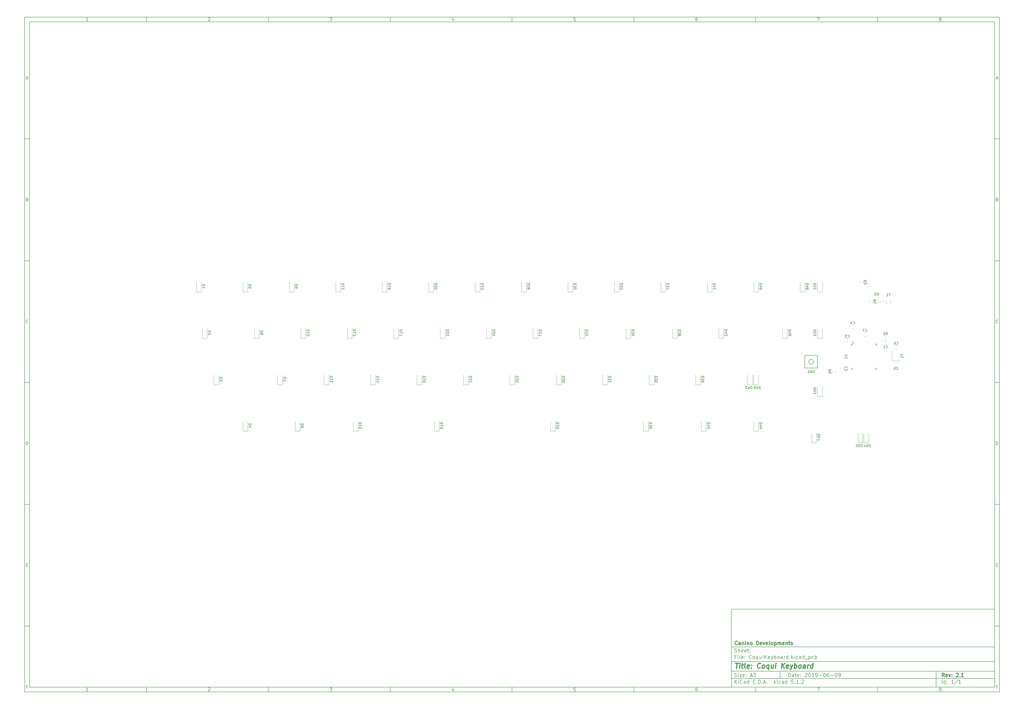
<source format=gbo>
G04 #@! TF.GenerationSoftware,KiCad,Pcbnew,5.1.2*
G04 #@! TF.CreationDate,2019-06-12T21:28:34-04:00*
G04 #@! TF.ProjectId,CoquiKeyboard,436f7175-694b-4657-9962-6f6172642e6b,2.1*
G04 #@! TF.SameCoordinates,Original*
G04 #@! TF.FileFunction,Legend,Bot*
G04 #@! TF.FilePolarity,Positive*
%FSLAX46Y46*%
G04 Gerber Fmt 4.6, Leading zero omitted, Abs format (unit mm)*
G04 Created by KiCad (PCBNEW 5.1.2) date 2019-06-12 21:28:34*
%MOMM*%
%LPD*%
G04 APERTURE LIST*
%ADD10C,0.100000*%
%ADD11C,0.150000*%
%ADD12C,0.300000*%
%ADD13C,0.400000*%
%ADD14C,0.120000*%
G04 APERTURE END LIST*
D10*
D11*
X299989000Y-253002200D02*
X299989000Y-285002200D01*
X407989000Y-285002200D01*
X407989000Y-253002200D01*
X299989000Y-253002200D01*
D10*
D11*
X10000000Y-10000000D02*
X10000000Y-287002200D01*
X409989000Y-287002200D01*
X409989000Y-10000000D01*
X10000000Y-10000000D01*
D10*
D11*
X12000000Y-12000000D02*
X12000000Y-285002200D01*
X407989000Y-285002200D01*
X407989000Y-12000000D01*
X12000000Y-12000000D01*
D10*
D11*
X60000000Y-12000000D02*
X60000000Y-10000000D01*
D10*
D11*
X110000000Y-12000000D02*
X110000000Y-10000000D01*
D10*
D11*
X160000000Y-12000000D02*
X160000000Y-10000000D01*
D10*
D11*
X210000000Y-12000000D02*
X210000000Y-10000000D01*
D10*
D11*
X260000000Y-12000000D02*
X260000000Y-10000000D01*
D10*
D11*
X310000000Y-12000000D02*
X310000000Y-10000000D01*
D10*
D11*
X360000000Y-12000000D02*
X360000000Y-10000000D01*
D10*
D11*
X36065476Y-11588095D02*
X35322619Y-11588095D01*
X35694047Y-11588095D02*
X35694047Y-10288095D01*
X35570238Y-10473809D01*
X35446428Y-10597619D01*
X35322619Y-10659523D01*
D10*
D11*
X85322619Y-10411904D02*
X85384523Y-10350000D01*
X85508333Y-10288095D01*
X85817857Y-10288095D01*
X85941666Y-10350000D01*
X86003571Y-10411904D01*
X86065476Y-10535714D01*
X86065476Y-10659523D01*
X86003571Y-10845238D01*
X85260714Y-11588095D01*
X86065476Y-11588095D01*
D10*
D11*
X135260714Y-10288095D02*
X136065476Y-10288095D01*
X135632142Y-10783333D01*
X135817857Y-10783333D01*
X135941666Y-10845238D01*
X136003571Y-10907142D01*
X136065476Y-11030952D01*
X136065476Y-11340476D01*
X136003571Y-11464285D01*
X135941666Y-11526190D01*
X135817857Y-11588095D01*
X135446428Y-11588095D01*
X135322619Y-11526190D01*
X135260714Y-11464285D01*
D10*
D11*
X185941666Y-10721428D02*
X185941666Y-11588095D01*
X185632142Y-10226190D02*
X185322619Y-11154761D01*
X186127380Y-11154761D01*
D10*
D11*
X236003571Y-10288095D02*
X235384523Y-10288095D01*
X235322619Y-10907142D01*
X235384523Y-10845238D01*
X235508333Y-10783333D01*
X235817857Y-10783333D01*
X235941666Y-10845238D01*
X236003571Y-10907142D01*
X236065476Y-11030952D01*
X236065476Y-11340476D01*
X236003571Y-11464285D01*
X235941666Y-11526190D01*
X235817857Y-11588095D01*
X235508333Y-11588095D01*
X235384523Y-11526190D01*
X235322619Y-11464285D01*
D10*
D11*
X285941666Y-10288095D02*
X285694047Y-10288095D01*
X285570238Y-10350000D01*
X285508333Y-10411904D01*
X285384523Y-10597619D01*
X285322619Y-10845238D01*
X285322619Y-11340476D01*
X285384523Y-11464285D01*
X285446428Y-11526190D01*
X285570238Y-11588095D01*
X285817857Y-11588095D01*
X285941666Y-11526190D01*
X286003571Y-11464285D01*
X286065476Y-11340476D01*
X286065476Y-11030952D01*
X286003571Y-10907142D01*
X285941666Y-10845238D01*
X285817857Y-10783333D01*
X285570238Y-10783333D01*
X285446428Y-10845238D01*
X285384523Y-10907142D01*
X285322619Y-11030952D01*
D10*
D11*
X335260714Y-10288095D02*
X336127380Y-10288095D01*
X335570238Y-11588095D01*
D10*
D11*
X385570238Y-10845238D02*
X385446428Y-10783333D01*
X385384523Y-10721428D01*
X385322619Y-10597619D01*
X385322619Y-10535714D01*
X385384523Y-10411904D01*
X385446428Y-10350000D01*
X385570238Y-10288095D01*
X385817857Y-10288095D01*
X385941666Y-10350000D01*
X386003571Y-10411904D01*
X386065476Y-10535714D01*
X386065476Y-10597619D01*
X386003571Y-10721428D01*
X385941666Y-10783333D01*
X385817857Y-10845238D01*
X385570238Y-10845238D01*
X385446428Y-10907142D01*
X385384523Y-10969047D01*
X385322619Y-11092857D01*
X385322619Y-11340476D01*
X385384523Y-11464285D01*
X385446428Y-11526190D01*
X385570238Y-11588095D01*
X385817857Y-11588095D01*
X385941666Y-11526190D01*
X386003571Y-11464285D01*
X386065476Y-11340476D01*
X386065476Y-11092857D01*
X386003571Y-10969047D01*
X385941666Y-10907142D01*
X385817857Y-10845238D01*
D10*
D11*
X60000000Y-285002200D02*
X60000000Y-287002200D01*
D10*
D11*
X110000000Y-285002200D02*
X110000000Y-287002200D01*
D10*
D11*
X160000000Y-285002200D02*
X160000000Y-287002200D01*
D10*
D11*
X210000000Y-285002200D02*
X210000000Y-287002200D01*
D10*
D11*
X260000000Y-285002200D02*
X260000000Y-287002200D01*
D10*
D11*
X310000000Y-285002200D02*
X310000000Y-287002200D01*
D10*
D11*
X360000000Y-285002200D02*
X360000000Y-287002200D01*
D10*
D11*
X36065476Y-286590295D02*
X35322619Y-286590295D01*
X35694047Y-286590295D02*
X35694047Y-285290295D01*
X35570238Y-285476009D01*
X35446428Y-285599819D01*
X35322619Y-285661723D01*
D10*
D11*
X85322619Y-285414104D02*
X85384523Y-285352200D01*
X85508333Y-285290295D01*
X85817857Y-285290295D01*
X85941666Y-285352200D01*
X86003571Y-285414104D01*
X86065476Y-285537914D01*
X86065476Y-285661723D01*
X86003571Y-285847438D01*
X85260714Y-286590295D01*
X86065476Y-286590295D01*
D10*
D11*
X135260714Y-285290295D02*
X136065476Y-285290295D01*
X135632142Y-285785533D01*
X135817857Y-285785533D01*
X135941666Y-285847438D01*
X136003571Y-285909342D01*
X136065476Y-286033152D01*
X136065476Y-286342676D01*
X136003571Y-286466485D01*
X135941666Y-286528390D01*
X135817857Y-286590295D01*
X135446428Y-286590295D01*
X135322619Y-286528390D01*
X135260714Y-286466485D01*
D10*
D11*
X185941666Y-285723628D02*
X185941666Y-286590295D01*
X185632142Y-285228390D02*
X185322619Y-286156961D01*
X186127380Y-286156961D01*
D10*
D11*
X236003571Y-285290295D02*
X235384523Y-285290295D01*
X235322619Y-285909342D01*
X235384523Y-285847438D01*
X235508333Y-285785533D01*
X235817857Y-285785533D01*
X235941666Y-285847438D01*
X236003571Y-285909342D01*
X236065476Y-286033152D01*
X236065476Y-286342676D01*
X236003571Y-286466485D01*
X235941666Y-286528390D01*
X235817857Y-286590295D01*
X235508333Y-286590295D01*
X235384523Y-286528390D01*
X235322619Y-286466485D01*
D10*
D11*
X285941666Y-285290295D02*
X285694047Y-285290295D01*
X285570238Y-285352200D01*
X285508333Y-285414104D01*
X285384523Y-285599819D01*
X285322619Y-285847438D01*
X285322619Y-286342676D01*
X285384523Y-286466485D01*
X285446428Y-286528390D01*
X285570238Y-286590295D01*
X285817857Y-286590295D01*
X285941666Y-286528390D01*
X286003571Y-286466485D01*
X286065476Y-286342676D01*
X286065476Y-286033152D01*
X286003571Y-285909342D01*
X285941666Y-285847438D01*
X285817857Y-285785533D01*
X285570238Y-285785533D01*
X285446428Y-285847438D01*
X285384523Y-285909342D01*
X285322619Y-286033152D01*
D10*
D11*
X335260714Y-285290295D02*
X336127380Y-285290295D01*
X335570238Y-286590295D01*
D10*
D11*
X385570238Y-285847438D02*
X385446428Y-285785533D01*
X385384523Y-285723628D01*
X385322619Y-285599819D01*
X385322619Y-285537914D01*
X385384523Y-285414104D01*
X385446428Y-285352200D01*
X385570238Y-285290295D01*
X385817857Y-285290295D01*
X385941666Y-285352200D01*
X386003571Y-285414104D01*
X386065476Y-285537914D01*
X386065476Y-285599819D01*
X386003571Y-285723628D01*
X385941666Y-285785533D01*
X385817857Y-285847438D01*
X385570238Y-285847438D01*
X385446428Y-285909342D01*
X385384523Y-285971247D01*
X385322619Y-286095057D01*
X385322619Y-286342676D01*
X385384523Y-286466485D01*
X385446428Y-286528390D01*
X385570238Y-286590295D01*
X385817857Y-286590295D01*
X385941666Y-286528390D01*
X386003571Y-286466485D01*
X386065476Y-286342676D01*
X386065476Y-286095057D01*
X386003571Y-285971247D01*
X385941666Y-285909342D01*
X385817857Y-285847438D01*
D10*
D11*
X10000000Y-60000000D02*
X12000000Y-60000000D01*
D10*
D11*
X10000000Y-110000000D02*
X12000000Y-110000000D01*
D10*
D11*
X10000000Y-160000000D02*
X12000000Y-160000000D01*
D10*
D11*
X10000000Y-210000000D02*
X12000000Y-210000000D01*
D10*
D11*
X10000000Y-260000000D02*
X12000000Y-260000000D01*
D10*
D11*
X10690476Y-35216666D02*
X11309523Y-35216666D01*
X10566666Y-35588095D02*
X11000000Y-34288095D01*
X11433333Y-35588095D01*
D10*
D11*
X11092857Y-84907142D02*
X11278571Y-84969047D01*
X11340476Y-85030952D01*
X11402380Y-85154761D01*
X11402380Y-85340476D01*
X11340476Y-85464285D01*
X11278571Y-85526190D01*
X11154761Y-85588095D01*
X10659523Y-85588095D01*
X10659523Y-84288095D01*
X11092857Y-84288095D01*
X11216666Y-84350000D01*
X11278571Y-84411904D01*
X11340476Y-84535714D01*
X11340476Y-84659523D01*
X11278571Y-84783333D01*
X11216666Y-84845238D01*
X11092857Y-84907142D01*
X10659523Y-84907142D01*
D10*
D11*
X11402380Y-135464285D02*
X11340476Y-135526190D01*
X11154761Y-135588095D01*
X11030952Y-135588095D01*
X10845238Y-135526190D01*
X10721428Y-135402380D01*
X10659523Y-135278571D01*
X10597619Y-135030952D01*
X10597619Y-134845238D01*
X10659523Y-134597619D01*
X10721428Y-134473809D01*
X10845238Y-134350000D01*
X11030952Y-134288095D01*
X11154761Y-134288095D01*
X11340476Y-134350000D01*
X11402380Y-134411904D01*
D10*
D11*
X10659523Y-185588095D02*
X10659523Y-184288095D01*
X10969047Y-184288095D01*
X11154761Y-184350000D01*
X11278571Y-184473809D01*
X11340476Y-184597619D01*
X11402380Y-184845238D01*
X11402380Y-185030952D01*
X11340476Y-185278571D01*
X11278571Y-185402380D01*
X11154761Y-185526190D01*
X10969047Y-185588095D01*
X10659523Y-185588095D01*
D10*
D11*
X10721428Y-234907142D02*
X11154761Y-234907142D01*
X11340476Y-235588095D02*
X10721428Y-235588095D01*
X10721428Y-234288095D01*
X11340476Y-234288095D01*
D10*
D11*
X11185714Y-284907142D02*
X10752380Y-284907142D01*
X10752380Y-285588095D02*
X10752380Y-284288095D01*
X11371428Y-284288095D01*
D10*
D11*
X409989000Y-60000000D02*
X407989000Y-60000000D01*
D10*
D11*
X409989000Y-110000000D02*
X407989000Y-110000000D01*
D10*
D11*
X409989000Y-160000000D02*
X407989000Y-160000000D01*
D10*
D11*
X409989000Y-210000000D02*
X407989000Y-210000000D01*
D10*
D11*
X409989000Y-260000000D02*
X407989000Y-260000000D01*
D10*
D11*
X408679476Y-35216666D02*
X409298523Y-35216666D01*
X408555666Y-35588095D02*
X408989000Y-34288095D01*
X409422333Y-35588095D01*
D10*
D11*
X409081857Y-84907142D02*
X409267571Y-84969047D01*
X409329476Y-85030952D01*
X409391380Y-85154761D01*
X409391380Y-85340476D01*
X409329476Y-85464285D01*
X409267571Y-85526190D01*
X409143761Y-85588095D01*
X408648523Y-85588095D01*
X408648523Y-84288095D01*
X409081857Y-84288095D01*
X409205666Y-84350000D01*
X409267571Y-84411904D01*
X409329476Y-84535714D01*
X409329476Y-84659523D01*
X409267571Y-84783333D01*
X409205666Y-84845238D01*
X409081857Y-84907142D01*
X408648523Y-84907142D01*
D10*
D11*
X409391380Y-135464285D02*
X409329476Y-135526190D01*
X409143761Y-135588095D01*
X409019952Y-135588095D01*
X408834238Y-135526190D01*
X408710428Y-135402380D01*
X408648523Y-135278571D01*
X408586619Y-135030952D01*
X408586619Y-134845238D01*
X408648523Y-134597619D01*
X408710428Y-134473809D01*
X408834238Y-134350000D01*
X409019952Y-134288095D01*
X409143761Y-134288095D01*
X409329476Y-134350000D01*
X409391380Y-134411904D01*
D10*
D11*
X408648523Y-185588095D02*
X408648523Y-184288095D01*
X408958047Y-184288095D01*
X409143761Y-184350000D01*
X409267571Y-184473809D01*
X409329476Y-184597619D01*
X409391380Y-184845238D01*
X409391380Y-185030952D01*
X409329476Y-185278571D01*
X409267571Y-185402380D01*
X409143761Y-185526190D01*
X408958047Y-185588095D01*
X408648523Y-185588095D01*
D10*
D11*
X408710428Y-234907142D02*
X409143761Y-234907142D01*
X409329476Y-235588095D02*
X408710428Y-235588095D01*
X408710428Y-234288095D01*
X409329476Y-234288095D01*
D10*
D11*
X409174714Y-284907142D02*
X408741380Y-284907142D01*
X408741380Y-285588095D02*
X408741380Y-284288095D01*
X409360428Y-284288095D01*
D10*
D11*
X323421142Y-280780771D02*
X323421142Y-279280771D01*
X323778285Y-279280771D01*
X323992571Y-279352200D01*
X324135428Y-279495057D01*
X324206857Y-279637914D01*
X324278285Y-279923628D01*
X324278285Y-280137914D01*
X324206857Y-280423628D01*
X324135428Y-280566485D01*
X323992571Y-280709342D01*
X323778285Y-280780771D01*
X323421142Y-280780771D01*
X325564000Y-280780771D02*
X325564000Y-279995057D01*
X325492571Y-279852200D01*
X325349714Y-279780771D01*
X325064000Y-279780771D01*
X324921142Y-279852200D01*
X325564000Y-280709342D02*
X325421142Y-280780771D01*
X325064000Y-280780771D01*
X324921142Y-280709342D01*
X324849714Y-280566485D01*
X324849714Y-280423628D01*
X324921142Y-280280771D01*
X325064000Y-280209342D01*
X325421142Y-280209342D01*
X325564000Y-280137914D01*
X326064000Y-279780771D02*
X326635428Y-279780771D01*
X326278285Y-279280771D02*
X326278285Y-280566485D01*
X326349714Y-280709342D01*
X326492571Y-280780771D01*
X326635428Y-280780771D01*
X327706857Y-280709342D02*
X327564000Y-280780771D01*
X327278285Y-280780771D01*
X327135428Y-280709342D01*
X327064000Y-280566485D01*
X327064000Y-279995057D01*
X327135428Y-279852200D01*
X327278285Y-279780771D01*
X327564000Y-279780771D01*
X327706857Y-279852200D01*
X327778285Y-279995057D01*
X327778285Y-280137914D01*
X327064000Y-280280771D01*
X328421142Y-280637914D02*
X328492571Y-280709342D01*
X328421142Y-280780771D01*
X328349714Y-280709342D01*
X328421142Y-280637914D01*
X328421142Y-280780771D01*
X328421142Y-279852200D02*
X328492571Y-279923628D01*
X328421142Y-279995057D01*
X328349714Y-279923628D01*
X328421142Y-279852200D01*
X328421142Y-279995057D01*
X330206857Y-279423628D02*
X330278285Y-279352200D01*
X330421142Y-279280771D01*
X330778285Y-279280771D01*
X330921142Y-279352200D01*
X330992571Y-279423628D01*
X331064000Y-279566485D01*
X331064000Y-279709342D01*
X330992571Y-279923628D01*
X330135428Y-280780771D01*
X331064000Y-280780771D01*
X331992571Y-279280771D02*
X332135428Y-279280771D01*
X332278285Y-279352200D01*
X332349714Y-279423628D01*
X332421142Y-279566485D01*
X332492571Y-279852200D01*
X332492571Y-280209342D01*
X332421142Y-280495057D01*
X332349714Y-280637914D01*
X332278285Y-280709342D01*
X332135428Y-280780771D01*
X331992571Y-280780771D01*
X331849714Y-280709342D01*
X331778285Y-280637914D01*
X331706857Y-280495057D01*
X331635428Y-280209342D01*
X331635428Y-279852200D01*
X331706857Y-279566485D01*
X331778285Y-279423628D01*
X331849714Y-279352200D01*
X331992571Y-279280771D01*
X333921142Y-280780771D02*
X333064000Y-280780771D01*
X333492571Y-280780771D02*
X333492571Y-279280771D01*
X333349714Y-279495057D01*
X333206857Y-279637914D01*
X333064000Y-279709342D01*
X334635428Y-280780771D02*
X334921142Y-280780771D01*
X335064000Y-280709342D01*
X335135428Y-280637914D01*
X335278285Y-280423628D01*
X335349714Y-280137914D01*
X335349714Y-279566485D01*
X335278285Y-279423628D01*
X335206857Y-279352200D01*
X335064000Y-279280771D01*
X334778285Y-279280771D01*
X334635428Y-279352200D01*
X334564000Y-279423628D01*
X334492571Y-279566485D01*
X334492571Y-279923628D01*
X334564000Y-280066485D01*
X334635428Y-280137914D01*
X334778285Y-280209342D01*
X335064000Y-280209342D01*
X335206857Y-280137914D01*
X335278285Y-280066485D01*
X335349714Y-279923628D01*
X335992571Y-280209342D02*
X337135428Y-280209342D01*
X338135428Y-279280771D02*
X338278285Y-279280771D01*
X338421142Y-279352200D01*
X338492571Y-279423628D01*
X338564000Y-279566485D01*
X338635428Y-279852200D01*
X338635428Y-280209342D01*
X338564000Y-280495057D01*
X338492571Y-280637914D01*
X338421142Y-280709342D01*
X338278285Y-280780771D01*
X338135428Y-280780771D01*
X337992571Y-280709342D01*
X337921142Y-280637914D01*
X337849714Y-280495057D01*
X337778285Y-280209342D01*
X337778285Y-279852200D01*
X337849714Y-279566485D01*
X337921142Y-279423628D01*
X337992571Y-279352200D01*
X338135428Y-279280771D01*
X339921142Y-279280771D02*
X339635428Y-279280771D01*
X339492571Y-279352200D01*
X339421142Y-279423628D01*
X339278285Y-279637914D01*
X339206857Y-279923628D01*
X339206857Y-280495057D01*
X339278285Y-280637914D01*
X339349714Y-280709342D01*
X339492571Y-280780771D01*
X339778285Y-280780771D01*
X339921142Y-280709342D01*
X339992571Y-280637914D01*
X340064000Y-280495057D01*
X340064000Y-280137914D01*
X339992571Y-279995057D01*
X339921142Y-279923628D01*
X339778285Y-279852200D01*
X339492571Y-279852200D01*
X339349714Y-279923628D01*
X339278285Y-279995057D01*
X339206857Y-280137914D01*
X340706857Y-280209342D02*
X341849714Y-280209342D01*
X342849714Y-279280771D02*
X342992571Y-279280771D01*
X343135428Y-279352200D01*
X343206857Y-279423628D01*
X343278285Y-279566485D01*
X343349714Y-279852200D01*
X343349714Y-280209342D01*
X343278285Y-280495057D01*
X343206857Y-280637914D01*
X343135428Y-280709342D01*
X342992571Y-280780771D01*
X342849714Y-280780771D01*
X342706857Y-280709342D01*
X342635428Y-280637914D01*
X342564000Y-280495057D01*
X342492571Y-280209342D01*
X342492571Y-279852200D01*
X342564000Y-279566485D01*
X342635428Y-279423628D01*
X342706857Y-279352200D01*
X342849714Y-279280771D01*
X344064000Y-280780771D02*
X344349714Y-280780771D01*
X344492571Y-280709342D01*
X344564000Y-280637914D01*
X344706857Y-280423628D01*
X344778285Y-280137914D01*
X344778285Y-279566485D01*
X344706857Y-279423628D01*
X344635428Y-279352200D01*
X344492571Y-279280771D01*
X344206857Y-279280771D01*
X344064000Y-279352200D01*
X343992571Y-279423628D01*
X343921142Y-279566485D01*
X343921142Y-279923628D01*
X343992571Y-280066485D01*
X344064000Y-280137914D01*
X344206857Y-280209342D01*
X344492571Y-280209342D01*
X344635428Y-280137914D01*
X344706857Y-280066485D01*
X344778285Y-279923628D01*
D10*
D11*
X299989000Y-281502200D02*
X407989000Y-281502200D01*
D10*
D11*
X301421142Y-283580771D02*
X301421142Y-282080771D01*
X302278285Y-283580771D02*
X301635428Y-282723628D01*
X302278285Y-282080771D02*
X301421142Y-282937914D01*
X302921142Y-283580771D02*
X302921142Y-282580771D01*
X302921142Y-282080771D02*
X302849714Y-282152200D01*
X302921142Y-282223628D01*
X302992571Y-282152200D01*
X302921142Y-282080771D01*
X302921142Y-282223628D01*
X304492571Y-283437914D02*
X304421142Y-283509342D01*
X304206857Y-283580771D01*
X304064000Y-283580771D01*
X303849714Y-283509342D01*
X303706857Y-283366485D01*
X303635428Y-283223628D01*
X303564000Y-282937914D01*
X303564000Y-282723628D01*
X303635428Y-282437914D01*
X303706857Y-282295057D01*
X303849714Y-282152200D01*
X304064000Y-282080771D01*
X304206857Y-282080771D01*
X304421142Y-282152200D01*
X304492571Y-282223628D01*
X305778285Y-283580771D02*
X305778285Y-282795057D01*
X305706857Y-282652200D01*
X305564000Y-282580771D01*
X305278285Y-282580771D01*
X305135428Y-282652200D01*
X305778285Y-283509342D02*
X305635428Y-283580771D01*
X305278285Y-283580771D01*
X305135428Y-283509342D01*
X305064000Y-283366485D01*
X305064000Y-283223628D01*
X305135428Y-283080771D01*
X305278285Y-283009342D01*
X305635428Y-283009342D01*
X305778285Y-282937914D01*
X307135428Y-283580771D02*
X307135428Y-282080771D01*
X307135428Y-283509342D02*
X306992571Y-283580771D01*
X306706857Y-283580771D01*
X306564000Y-283509342D01*
X306492571Y-283437914D01*
X306421142Y-283295057D01*
X306421142Y-282866485D01*
X306492571Y-282723628D01*
X306564000Y-282652200D01*
X306706857Y-282580771D01*
X306992571Y-282580771D01*
X307135428Y-282652200D01*
X308992571Y-282795057D02*
X309492571Y-282795057D01*
X309706857Y-283580771D02*
X308992571Y-283580771D01*
X308992571Y-282080771D01*
X309706857Y-282080771D01*
X310349714Y-283437914D02*
X310421142Y-283509342D01*
X310349714Y-283580771D01*
X310278285Y-283509342D01*
X310349714Y-283437914D01*
X310349714Y-283580771D01*
X311064000Y-283580771D02*
X311064000Y-282080771D01*
X311421142Y-282080771D01*
X311635428Y-282152200D01*
X311778285Y-282295057D01*
X311849714Y-282437914D01*
X311921142Y-282723628D01*
X311921142Y-282937914D01*
X311849714Y-283223628D01*
X311778285Y-283366485D01*
X311635428Y-283509342D01*
X311421142Y-283580771D01*
X311064000Y-283580771D01*
X312564000Y-283437914D02*
X312635428Y-283509342D01*
X312564000Y-283580771D01*
X312492571Y-283509342D01*
X312564000Y-283437914D01*
X312564000Y-283580771D01*
X313206857Y-283152200D02*
X313921142Y-283152200D01*
X313064000Y-283580771D02*
X313564000Y-282080771D01*
X314064000Y-283580771D01*
X314564000Y-283437914D02*
X314635428Y-283509342D01*
X314564000Y-283580771D01*
X314492571Y-283509342D01*
X314564000Y-283437914D01*
X314564000Y-283580771D01*
X317564000Y-283580771D02*
X317564000Y-282080771D01*
X317706857Y-283009342D02*
X318135428Y-283580771D01*
X318135428Y-282580771D02*
X317564000Y-283152200D01*
X318778285Y-283580771D02*
X318778285Y-282580771D01*
X318778285Y-282080771D02*
X318706857Y-282152200D01*
X318778285Y-282223628D01*
X318849714Y-282152200D01*
X318778285Y-282080771D01*
X318778285Y-282223628D01*
X320135428Y-283509342D02*
X319992571Y-283580771D01*
X319706857Y-283580771D01*
X319564000Y-283509342D01*
X319492571Y-283437914D01*
X319421142Y-283295057D01*
X319421142Y-282866485D01*
X319492571Y-282723628D01*
X319564000Y-282652200D01*
X319706857Y-282580771D01*
X319992571Y-282580771D01*
X320135428Y-282652200D01*
X321421142Y-283580771D02*
X321421142Y-282795057D01*
X321349714Y-282652200D01*
X321206857Y-282580771D01*
X320921142Y-282580771D01*
X320778285Y-282652200D01*
X321421142Y-283509342D02*
X321278285Y-283580771D01*
X320921142Y-283580771D01*
X320778285Y-283509342D01*
X320706857Y-283366485D01*
X320706857Y-283223628D01*
X320778285Y-283080771D01*
X320921142Y-283009342D01*
X321278285Y-283009342D01*
X321421142Y-282937914D01*
X322778285Y-283580771D02*
X322778285Y-282080771D01*
X322778285Y-283509342D02*
X322635428Y-283580771D01*
X322349714Y-283580771D01*
X322206857Y-283509342D01*
X322135428Y-283437914D01*
X322064000Y-283295057D01*
X322064000Y-282866485D01*
X322135428Y-282723628D01*
X322206857Y-282652200D01*
X322349714Y-282580771D01*
X322635428Y-282580771D01*
X322778285Y-282652200D01*
X325349714Y-282080771D02*
X324635428Y-282080771D01*
X324564000Y-282795057D01*
X324635428Y-282723628D01*
X324778285Y-282652200D01*
X325135428Y-282652200D01*
X325278285Y-282723628D01*
X325349714Y-282795057D01*
X325421142Y-282937914D01*
X325421142Y-283295057D01*
X325349714Y-283437914D01*
X325278285Y-283509342D01*
X325135428Y-283580771D01*
X324778285Y-283580771D01*
X324635428Y-283509342D01*
X324564000Y-283437914D01*
X326064000Y-283437914D02*
X326135428Y-283509342D01*
X326064000Y-283580771D01*
X325992571Y-283509342D01*
X326064000Y-283437914D01*
X326064000Y-283580771D01*
X327564000Y-283580771D02*
X326706857Y-283580771D01*
X327135428Y-283580771D02*
X327135428Y-282080771D01*
X326992571Y-282295057D01*
X326849714Y-282437914D01*
X326706857Y-282509342D01*
X328206857Y-283437914D02*
X328278285Y-283509342D01*
X328206857Y-283580771D01*
X328135428Y-283509342D01*
X328206857Y-283437914D01*
X328206857Y-283580771D01*
X328849714Y-282223628D02*
X328921142Y-282152200D01*
X329064000Y-282080771D01*
X329421142Y-282080771D01*
X329564000Y-282152200D01*
X329635428Y-282223628D01*
X329706857Y-282366485D01*
X329706857Y-282509342D01*
X329635428Y-282723628D01*
X328778285Y-283580771D01*
X329706857Y-283580771D01*
D10*
D11*
X299989000Y-278502200D02*
X407989000Y-278502200D01*
D10*
D12*
X387398285Y-280780771D02*
X386898285Y-280066485D01*
X386541142Y-280780771D02*
X386541142Y-279280771D01*
X387112571Y-279280771D01*
X387255428Y-279352200D01*
X387326857Y-279423628D01*
X387398285Y-279566485D01*
X387398285Y-279780771D01*
X387326857Y-279923628D01*
X387255428Y-279995057D01*
X387112571Y-280066485D01*
X386541142Y-280066485D01*
X388612571Y-280709342D02*
X388469714Y-280780771D01*
X388184000Y-280780771D01*
X388041142Y-280709342D01*
X387969714Y-280566485D01*
X387969714Y-279995057D01*
X388041142Y-279852200D01*
X388184000Y-279780771D01*
X388469714Y-279780771D01*
X388612571Y-279852200D01*
X388684000Y-279995057D01*
X388684000Y-280137914D01*
X387969714Y-280280771D01*
X389184000Y-279780771D02*
X389541142Y-280780771D01*
X389898285Y-279780771D01*
X390469714Y-280637914D02*
X390541142Y-280709342D01*
X390469714Y-280780771D01*
X390398285Y-280709342D01*
X390469714Y-280637914D01*
X390469714Y-280780771D01*
X390469714Y-279852200D02*
X390541142Y-279923628D01*
X390469714Y-279995057D01*
X390398285Y-279923628D01*
X390469714Y-279852200D01*
X390469714Y-279995057D01*
X392255428Y-279423628D02*
X392326857Y-279352200D01*
X392469714Y-279280771D01*
X392826857Y-279280771D01*
X392969714Y-279352200D01*
X393041142Y-279423628D01*
X393112571Y-279566485D01*
X393112571Y-279709342D01*
X393041142Y-279923628D01*
X392184000Y-280780771D01*
X393112571Y-280780771D01*
X393755428Y-280637914D02*
X393826857Y-280709342D01*
X393755428Y-280780771D01*
X393684000Y-280709342D01*
X393755428Y-280637914D01*
X393755428Y-280780771D01*
X395255428Y-280780771D02*
X394398285Y-280780771D01*
X394826857Y-280780771D02*
X394826857Y-279280771D01*
X394684000Y-279495057D01*
X394541142Y-279637914D01*
X394398285Y-279709342D01*
D10*
D11*
X301349714Y-280709342D02*
X301564000Y-280780771D01*
X301921142Y-280780771D01*
X302064000Y-280709342D01*
X302135428Y-280637914D01*
X302206857Y-280495057D01*
X302206857Y-280352200D01*
X302135428Y-280209342D01*
X302064000Y-280137914D01*
X301921142Y-280066485D01*
X301635428Y-279995057D01*
X301492571Y-279923628D01*
X301421142Y-279852200D01*
X301349714Y-279709342D01*
X301349714Y-279566485D01*
X301421142Y-279423628D01*
X301492571Y-279352200D01*
X301635428Y-279280771D01*
X301992571Y-279280771D01*
X302206857Y-279352200D01*
X302849714Y-280780771D02*
X302849714Y-279780771D01*
X302849714Y-279280771D02*
X302778285Y-279352200D01*
X302849714Y-279423628D01*
X302921142Y-279352200D01*
X302849714Y-279280771D01*
X302849714Y-279423628D01*
X303421142Y-279780771D02*
X304206857Y-279780771D01*
X303421142Y-280780771D01*
X304206857Y-280780771D01*
X305349714Y-280709342D02*
X305206857Y-280780771D01*
X304921142Y-280780771D01*
X304778285Y-280709342D01*
X304706857Y-280566485D01*
X304706857Y-279995057D01*
X304778285Y-279852200D01*
X304921142Y-279780771D01*
X305206857Y-279780771D01*
X305349714Y-279852200D01*
X305421142Y-279995057D01*
X305421142Y-280137914D01*
X304706857Y-280280771D01*
X306064000Y-280637914D02*
X306135428Y-280709342D01*
X306064000Y-280780771D01*
X305992571Y-280709342D01*
X306064000Y-280637914D01*
X306064000Y-280780771D01*
X306064000Y-279852200D02*
X306135428Y-279923628D01*
X306064000Y-279995057D01*
X305992571Y-279923628D01*
X306064000Y-279852200D01*
X306064000Y-279995057D01*
X307849714Y-280352200D02*
X308564000Y-280352200D01*
X307706857Y-280780771D02*
X308206857Y-279280771D01*
X308706857Y-280780771D01*
X309064000Y-279280771D02*
X309992571Y-279280771D01*
X309492571Y-279852200D01*
X309706857Y-279852200D01*
X309849714Y-279923628D01*
X309921142Y-279995057D01*
X309992571Y-280137914D01*
X309992571Y-280495057D01*
X309921142Y-280637914D01*
X309849714Y-280709342D01*
X309706857Y-280780771D01*
X309278285Y-280780771D01*
X309135428Y-280709342D01*
X309064000Y-280637914D01*
D10*
D11*
X386421142Y-283580771D02*
X386421142Y-282080771D01*
X387778285Y-283580771D02*
X387778285Y-282080771D01*
X387778285Y-283509342D02*
X387635428Y-283580771D01*
X387349714Y-283580771D01*
X387206857Y-283509342D01*
X387135428Y-283437914D01*
X387064000Y-283295057D01*
X387064000Y-282866485D01*
X387135428Y-282723628D01*
X387206857Y-282652200D01*
X387349714Y-282580771D01*
X387635428Y-282580771D01*
X387778285Y-282652200D01*
X388492571Y-283437914D02*
X388564000Y-283509342D01*
X388492571Y-283580771D01*
X388421142Y-283509342D01*
X388492571Y-283437914D01*
X388492571Y-283580771D01*
X388492571Y-282652200D02*
X388564000Y-282723628D01*
X388492571Y-282795057D01*
X388421142Y-282723628D01*
X388492571Y-282652200D01*
X388492571Y-282795057D01*
X391135428Y-283580771D02*
X390278285Y-283580771D01*
X390706857Y-283580771D02*
X390706857Y-282080771D01*
X390564000Y-282295057D01*
X390421142Y-282437914D01*
X390278285Y-282509342D01*
X392849714Y-282009342D02*
X391564000Y-283937914D01*
X394135428Y-283580771D02*
X393278285Y-283580771D01*
X393706857Y-283580771D02*
X393706857Y-282080771D01*
X393564000Y-282295057D01*
X393421142Y-282437914D01*
X393278285Y-282509342D01*
D10*
D11*
X299989000Y-274502200D02*
X407989000Y-274502200D01*
D10*
D13*
X301701380Y-275206961D02*
X302844238Y-275206961D01*
X302022809Y-277206961D02*
X302272809Y-275206961D01*
X303260904Y-277206961D02*
X303427571Y-275873628D01*
X303510904Y-275206961D02*
X303403761Y-275302200D01*
X303487095Y-275397438D01*
X303594238Y-275302200D01*
X303510904Y-275206961D01*
X303487095Y-275397438D01*
X304094238Y-275873628D02*
X304856142Y-275873628D01*
X304463285Y-275206961D02*
X304249000Y-276921247D01*
X304320428Y-277111723D01*
X304499000Y-277206961D01*
X304689476Y-277206961D01*
X305641857Y-277206961D02*
X305463285Y-277111723D01*
X305391857Y-276921247D01*
X305606142Y-275206961D01*
X307177571Y-277111723D02*
X306975190Y-277206961D01*
X306594238Y-277206961D01*
X306415666Y-277111723D01*
X306344238Y-276921247D01*
X306439476Y-276159342D01*
X306558523Y-275968866D01*
X306760904Y-275873628D01*
X307141857Y-275873628D01*
X307320428Y-275968866D01*
X307391857Y-276159342D01*
X307368047Y-276349819D01*
X306391857Y-276540295D01*
X308141857Y-277016485D02*
X308225190Y-277111723D01*
X308118047Y-277206961D01*
X308034714Y-277111723D01*
X308141857Y-277016485D01*
X308118047Y-277206961D01*
X308272809Y-275968866D02*
X308356142Y-276064104D01*
X308249000Y-276159342D01*
X308165666Y-276064104D01*
X308272809Y-275968866D01*
X308249000Y-276159342D01*
X311760904Y-277016485D02*
X311653761Y-277111723D01*
X311356142Y-277206961D01*
X311165666Y-277206961D01*
X310891857Y-277111723D01*
X310725190Y-276921247D01*
X310653761Y-276730771D01*
X310606142Y-276349819D01*
X310641857Y-276064104D01*
X310784714Y-275683152D01*
X310903761Y-275492676D01*
X311118047Y-275302200D01*
X311415666Y-275206961D01*
X311606142Y-275206961D01*
X311879952Y-275302200D01*
X311963285Y-275397438D01*
X312879952Y-277206961D02*
X312701380Y-277111723D01*
X312618047Y-277016485D01*
X312546619Y-276826009D01*
X312618047Y-276254580D01*
X312737095Y-276064104D01*
X312844238Y-275968866D01*
X313046619Y-275873628D01*
X313332333Y-275873628D01*
X313510904Y-275968866D01*
X313594238Y-276064104D01*
X313665666Y-276254580D01*
X313594238Y-276826009D01*
X313475190Y-277016485D01*
X313368047Y-277111723D01*
X313165666Y-277206961D01*
X312879952Y-277206961D01*
X315427571Y-275873628D02*
X315177571Y-277873628D01*
X315272809Y-277111723D02*
X315070428Y-277206961D01*
X314689476Y-277206961D01*
X314510904Y-277111723D01*
X314427571Y-277016485D01*
X314356142Y-276826009D01*
X314427571Y-276254580D01*
X314546619Y-276064104D01*
X314653761Y-275968866D01*
X314856142Y-275873628D01*
X315237095Y-275873628D01*
X315415666Y-275968866D01*
X317237095Y-275873628D02*
X317070428Y-277206961D01*
X316379952Y-275873628D02*
X316249000Y-276921247D01*
X316320428Y-277111723D01*
X316499000Y-277206961D01*
X316784714Y-277206961D01*
X316987095Y-277111723D01*
X317094238Y-277016485D01*
X318022809Y-277206961D02*
X318189476Y-275873628D01*
X318272809Y-275206961D02*
X318165666Y-275302200D01*
X318249000Y-275397438D01*
X318356142Y-275302200D01*
X318272809Y-275206961D01*
X318249000Y-275397438D01*
X320499000Y-277206961D02*
X320749000Y-275206961D01*
X321641857Y-277206961D02*
X320927571Y-276064104D01*
X321891857Y-275206961D02*
X320606142Y-276349819D01*
X323272809Y-277111723D02*
X323070428Y-277206961D01*
X322689476Y-277206961D01*
X322510904Y-277111723D01*
X322439476Y-276921247D01*
X322534714Y-276159342D01*
X322653761Y-275968866D01*
X322856142Y-275873628D01*
X323237095Y-275873628D01*
X323415666Y-275968866D01*
X323487095Y-276159342D01*
X323463285Y-276349819D01*
X322487095Y-276540295D01*
X324189476Y-275873628D02*
X324499000Y-277206961D01*
X325141857Y-275873628D02*
X324499000Y-277206961D01*
X324249000Y-277683152D01*
X324141857Y-277778390D01*
X323939476Y-277873628D01*
X325737095Y-277206961D02*
X325987095Y-275206961D01*
X325891857Y-275968866D02*
X326094238Y-275873628D01*
X326475190Y-275873628D01*
X326653761Y-275968866D01*
X326737095Y-276064104D01*
X326808523Y-276254580D01*
X326737095Y-276826009D01*
X326618047Y-277016485D01*
X326510904Y-277111723D01*
X326308523Y-277206961D01*
X325927571Y-277206961D01*
X325749000Y-277111723D01*
X327832333Y-277206961D02*
X327653761Y-277111723D01*
X327570428Y-277016485D01*
X327499000Y-276826009D01*
X327570428Y-276254580D01*
X327689476Y-276064104D01*
X327796619Y-275968866D01*
X327999000Y-275873628D01*
X328284714Y-275873628D01*
X328463285Y-275968866D01*
X328546619Y-276064104D01*
X328618047Y-276254580D01*
X328546619Y-276826009D01*
X328427571Y-277016485D01*
X328320428Y-277111723D01*
X328118047Y-277206961D01*
X327832333Y-277206961D01*
X330213285Y-277206961D02*
X330344238Y-276159342D01*
X330272809Y-275968866D01*
X330094238Y-275873628D01*
X329713285Y-275873628D01*
X329510904Y-275968866D01*
X330225190Y-277111723D02*
X330022809Y-277206961D01*
X329546619Y-277206961D01*
X329368047Y-277111723D01*
X329296619Y-276921247D01*
X329320428Y-276730771D01*
X329439476Y-276540295D01*
X329641857Y-276445057D01*
X330118047Y-276445057D01*
X330320428Y-276349819D01*
X331165666Y-277206961D02*
X331332333Y-275873628D01*
X331284714Y-276254580D02*
X331403761Y-276064104D01*
X331510904Y-275968866D01*
X331713285Y-275873628D01*
X331903761Y-275873628D01*
X333260904Y-277206961D02*
X333510904Y-275206961D01*
X333272809Y-277111723D02*
X333070428Y-277206961D01*
X332689476Y-277206961D01*
X332510904Y-277111723D01*
X332427571Y-277016485D01*
X332356142Y-276826009D01*
X332427571Y-276254580D01*
X332546619Y-276064104D01*
X332653761Y-275968866D01*
X332856142Y-275873628D01*
X333237095Y-275873628D01*
X333415666Y-275968866D01*
D10*
D11*
X301921142Y-272595057D02*
X301421142Y-272595057D01*
X301421142Y-273380771D02*
X301421142Y-271880771D01*
X302135428Y-271880771D01*
X302706857Y-273380771D02*
X302706857Y-272380771D01*
X302706857Y-271880771D02*
X302635428Y-271952200D01*
X302706857Y-272023628D01*
X302778285Y-271952200D01*
X302706857Y-271880771D01*
X302706857Y-272023628D01*
X303635428Y-273380771D02*
X303492571Y-273309342D01*
X303421142Y-273166485D01*
X303421142Y-271880771D01*
X304778285Y-273309342D02*
X304635428Y-273380771D01*
X304349714Y-273380771D01*
X304206857Y-273309342D01*
X304135428Y-273166485D01*
X304135428Y-272595057D01*
X304206857Y-272452200D01*
X304349714Y-272380771D01*
X304635428Y-272380771D01*
X304778285Y-272452200D01*
X304849714Y-272595057D01*
X304849714Y-272737914D01*
X304135428Y-272880771D01*
X305492571Y-273237914D02*
X305564000Y-273309342D01*
X305492571Y-273380771D01*
X305421142Y-273309342D01*
X305492571Y-273237914D01*
X305492571Y-273380771D01*
X305492571Y-272452200D02*
X305564000Y-272523628D01*
X305492571Y-272595057D01*
X305421142Y-272523628D01*
X305492571Y-272452200D01*
X305492571Y-272595057D01*
X308206857Y-273237914D02*
X308135428Y-273309342D01*
X307921142Y-273380771D01*
X307778285Y-273380771D01*
X307564000Y-273309342D01*
X307421142Y-273166485D01*
X307349714Y-273023628D01*
X307278285Y-272737914D01*
X307278285Y-272523628D01*
X307349714Y-272237914D01*
X307421142Y-272095057D01*
X307564000Y-271952200D01*
X307778285Y-271880771D01*
X307921142Y-271880771D01*
X308135428Y-271952200D01*
X308206857Y-272023628D01*
X309064000Y-273380771D02*
X308921142Y-273309342D01*
X308849714Y-273237914D01*
X308778285Y-273095057D01*
X308778285Y-272666485D01*
X308849714Y-272523628D01*
X308921142Y-272452200D01*
X309064000Y-272380771D01*
X309278285Y-272380771D01*
X309421142Y-272452200D01*
X309492571Y-272523628D01*
X309564000Y-272666485D01*
X309564000Y-273095057D01*
X309492571Y-273237914D01*
X309421142Y-273309342D01*
X309278285Y-273380771D01*
X309064000Y-273380771D01*
X310849714Y-272380771D02*
X310849714Y-273880771D01*
X310849714Y-273309342D02*
X310706857Y-273380771D01*
X310421142Y-273380771D01*
X310278285Y-273309342D01*
X310206857Y-273237914D01*
X310135428Y-273095057D01*
X310135428Y-272666485D01*
X310206857Y-272523628D01*
X310278285Y-272452200D01*
X310421142Y-272380771D01*
X310706857Y-272380771D01*
X310849714Y-272452200D01*
X312206857Y-272380771D02*
X312206857Y-273380771D01*
X311564000Y-272380771D02*
X311564000Y-273166485D01*
X311635428Y-273309342D01*
X311778285Y-273380771D01*
X311992571Y-273380771D01*
X312135428Y-273309342D01*
X312206857Y-273237914D01*
X312921142Y-273380771D02*
X312921142Y-272380771D01*
X312921142Y-271880771D02*
X312849714Y-271952200D01*
X312921142Y-272023628D01*
X312992571Y-271952200D01*
X312921142Y-271880771D01*
X312921142Y-272023628D01*
X313635428Y-273380771D02*
X313635428Y-271880771D01*
X314492571Y-273380771D02*
X313849714Y-272523628D01*
X314492571Y-271880771D02*
X313635428Y-272737914D01*
X315706857Y-273309342D02*
X315564000Y-273380771D01*
X315278285Y-273380771D01*
X315135428Y-273309342D01*
X315064000Y-273166485D01*
X315064000Y-272595057D01*
X315135428Y-272452200D01*
X315278285Y-272380771D01*
X315564000Y-272380771D01*
X315706857Y-272452200D01*
X315778285Y-272595057D01*
X315778285Y-272737914D01*
X315064000Y-272880771D01*
X316278285Y-272380771D02*
X316635428Y-273380771D01*
X316992571Y-272380771D02*
X316635428Y-273380771D01*
X316492571Y-273737914D01*
X316421142Y-273809342D01*
X316278285Y-273880771D01*
X317564000Y-273380771D02*
X317564000Y-271880771D01*
X317564000Y-272452200D02*
X317706857Y-272380771D01*
X317992571Y-272380771D01*
X318135428Y-272452200D01*
X318206857Y-272523628D01*
X318278285Y-272666485D01*
X318278285Y-273095057D01*
X318206857Y-273237914D01*
X318135428Y-273309342D01*
X317992571Y-273380771D01*
X317706857Y-273380771D01*
X317564000Y-273309342D01*
X319135428Y-273380771D02*
X318992571Y-273309342D01*
X318921142Y-273237914D01*
X318849714Y-273095057D01*
X318849714Y-272666485D01*
X318921142Y-272523628D01*
X318992571Y-272452200D01*
X319135428Y-272380771D01*
X319349714Y-272380771D01*
X319492571Y-272452200D01*
X319564000Y-272523628D01*
X319635428Y-272666485D01*
X319635428Y-273095057D01*
X319564000Y-273237914D01*
X319492571Y-273309342D01*
X319349714Y-273380771D01*
X319135428Y-273380771D01*
X320921142Y-273380771D02*
X320921142Y-272595057D01*
X320849714Y-272452200D01*
X320706857Y-272380771D01*
X320421142Y-272380771D01*
X320278285Y-272452200D01*
X320921142Y-273309342D02*
X320778285Y-273380771D01*
X320421142Y-273380771D01*
X320278285Y-273309342D01*
X320206857Y-273166485D01*
X320206857Y-273023628D01*
X320278285Y-272880771D01*
X320421142Y-272809342D01*
X320778285Y-272809342D01*
X320921142Y-272737914D01*
X321635428Y-273380771D02*
X321635428Y-272380771D01*
X321635428Y-272666485D02*
X321706857Y-272523628D01*
X321778285Y-272452200D01*
X321921142Y-272380771D01*
X322064000Y-272380771D01*
X323206857Y-273380771D02*
X323206857Y-271880771D01*
X323206857Y-273309342D02*
X323064000Y-273380771D01*
X322778285Y-273380771D01*
X322635428Y-273309342D01*
X322564000Y-273237914D01*
X322492571Y-273095057D01*
X322492571Y-272666485D01*
X322564000Y-272523628D01*
X322635428Y-272452200D01*
X322778285Y-272380771D01*
X323064000Y-272380771D01*
X323206857Y-272452200D01*
X323921142Y-273237914D02*
X323992571Y-273309342D01*
X323921142Y-273380771D01*
X323849714Y-273309342D01*
X323921142Y-273237914D01*
X323921142Y-273380771D01*
X324635428Y-273380771D02*
X324635428Y-271880771D01*
X324778285Y-272809342D02*
X325206857Y-273380771D01*
X325206857Y-272380771D02*
X324635428Y-272952200D01*
X325849714Y-273380771D02*
X325849714Y-272380771D01*
X325849714Y-271880771D02*
X325778285Y-271952200D01*
X325849714Y-272023628D01*
X325921142Y-271952200D01*
X325849714Y-271880771D01*
X325849714Y-272023628D01*
X327206857Y-273309342D02*
X327064000Y-273380771D01*
X326778285Y-273380771D01*
X326635428Y-273309342D01*
X326564000Y-273237914D01*
X326492571Y-273095057D01*
X326492571Y-272666485D01*
X326564000Y-272523628D01*
X326635428Y-272452200D01*
X326778285Y-272380771D01*
X327064000Y-272380771D01*
X327206857Y-272452200D01*
X328492571Y-273380771D02*
X328492571Y-272595057D01*
X328421142Y-272452200D01*
X328278285Y-272380771D01*
X327992571Y-272380771D01*
X327849714Y-272452200D01*
X328492571Y-273309342D02*
X328349714Y-273380771D01*
X327992571Y-273380771D01*
X327849714Y-273309342D01*
X327778285Y-273166485D01*
X327778285Y-273023628D01*
X327849714Y-272880771D01*
X327992571Y-272809342D01*
X328349714Y-272809342D01*
X328492571Y-272737914D01*
X329849714Y-273380771D02*
X329849714Y-271880771D01*
X329849714Y-273309342D02*
X329706857Y-273380771D01*
X329421142Y-273380771D01*
X329278285Y-273309342D01*
X329206857Y-273237914D01*
X329135428Y-273095057D01*
X329135428Y-272666485D01*
X329206857Y-272523628D01*
X329278285Y-272452200D01*
X329421142Y-272380771D01*
X329706857Y-272380771D01*
X329849714Y-272452200D01*
X330206857Y-273523628D02*
X331349714Y-273523628D01*
X331706857Y-272380771D02*
X331706857Y-273880771D01*
X331706857Y-272452200D02*
X331849714Y-272380771D01*
X332135428Y-272380771D01*
X332278285Y-272452200D01*
X332349714Y-272523628D01*
X332421142Y-272666485D01*
X332421142Y-273095057D01*
X332349714Y-273237914D01*
X332278285Y-273309342D01*
X332135428Y-273380771D01*
X331849714Y-273380771D01*
X331706857Y-273309342D01*
X333706857Y-273309342D02*
X333564000Y-273380771D01*
X333278285Y-273380771D01*
X333135428Y-273309342D01*
X333064000Y-273237914D01*
X332992571Y-273095057D01*
X332992571Y-272666485D01*
X333064000Y-272523628D01*
X333135428Y-272452200D01*
X333278285Y-272380771D01*
X333564000Y-272380771D01*
X333706857Y-272452200D01*
X334349714Y-273380771D02*
X334349714Y-271880771D01*
X334349714Y-272452200D02*
X334492571Y-272380771D01*
X334778285Y-272380771D01*
X334921142Y-272452200D01*
X334992571Y-272523628D01*
X335064000Y-272666485D01*
X335064000Y-273095057D01*
X334992571Y-273237914D01*
X334921142Y-273309342D01*
X334778285Y-273380771D01*
X334492571Y-273380771D01*
X334349714Y-273309342D01*
D10*
D11*
X299989000Y-268502200D02*
X407989000Y-268502200D01*
D10*
D11*
X301349714Y-270609342D02*
X301564000Y-270680771D01*
X301921142Y-270680771D01*
X302064000Y-270609342D01*
X302135428Y-270537914D01*
X302206857Y-270395057D01*
X302206857Y-270252200D01*
X302135428Y-270109342D01*
X302064000Y-270037914D01*
X301921142Y-269966485D01*
X301635428Y-269895057D01*
X301492571Y-269823628D01*
X301421142Y-269752200D01*
X301349714Y-269609342D01*
X301349714Y-269466485D01*
X301421142Y-269323628D01*
X301492571Y-269252200D01*
X301635428Y-269180771D01*
X301992571Y-269180771D01*
X302206857Y-269252200D01*
X302849714Y-270680771D02*
X302849714Y-269180771D01*
X303492571Y-270680771D02*
X303492571Y-269895057D01*
X303421142Y-269752200D01*
X303278285Y-269680771D01*
X303064000Y-269680771D01*
X302921142Y-269752200D01*
X302849714Y-269823628D01*
X304778285Y-270609342D02*
X304635428Y-270680771D01*
X304349714Y-270680771D01*
X304206857Y-270609342D01*
X304135428Y-270466485D01*
X304135428Y-269895057D01*
X304206857Y-269752200D01*
X304349714Y-269680771D01*
X304635428Y-269680771D01*
X304778285Y-269752200D01*
X304849714Y-269895057D01*
X304849714Y-270037914D01*
X304135428Y-270180771D01*
X306064000Y-270609342D02*
X305921142Y-270680771D01*
X305635428Y-270680771D01*
X305492571Y-270609342D01*
X305421142Y-270466485D01*
X305421142Y-269895057D01*
X305492571Y-269752200D01*
X305635428Y-269680771D01*
X305921142Y-269680771D01*
X306064000Y-269752200D01*
X306135428Y-269895057D01*
X306135428Y-270037914D01*
X305421142Y-270180771D01*
X306564000Y-269680771D02*
X307135428Y-269680771D01*
X306778285Y-269180771D02*
X306778285Y-270466485D01*
X306849714Y-270609342D01*
X306992571Y-270680771D01*
X307135428Y-270680771D01*
X307635428Y-270537914D02*
X307706857Y-270609342D01*
X307635428Y-270680771D01*
X307564000Y-270609342D01*
X307635428Y-270537914D01*
X307635428Y-270680771D01*
X307635428Y-269752200D02*
X307706857Y-269823628D01*
X307635428Y-269895057D01*
X307564000Y-269823628D01*
X307635428Y-269752200D01*
X307635428Y-269895057D01*
D10*
D12*
X302398285Y-267537914D02*
X302326857Y-267609342D01*
X302112571Y-267680771D01*
X301969714Y-267680771D01*
X301755428Y-267609342D01*
X301612571Y-267466485D01*
X301541142Y-267323628D01*
X301469714Y-267037914D01*
X301469714Y-266823628D01*
X301541142Y-266537914D01*
X301612571Y-266395057D01*
X301755428Y-266252200D01*
X301969714Y-266180771D01*
X302112571Y-266180771D01*
X302326857Y-266252200D01*
X302398285Y-266323628D01*
X303684000Y-267680771D02*
X303684000Y-266895057D01*
X303612571Y-266752200D01*
X303469714Y-266680771D01*
X303184000Y-266680771D01*
X303041142Y-266752200D01*
X303684000Y-267609342D02*
X303541142Y-267680771D01*
X303184000Y-267680771D01*
X303041142Y-267609342D01*
X302969714Y-267466485D01*
X302969714Y-267323628D01*
X303041142Y-267180771D01*
X303184000Y-267109342D01*
X303541142Y-267109342D01*
X303684000Y-267037914D01*
X304398285Y-266680771D02*
X304398285Y-267680771D01*
X304398285Y-266823628D02*
X304469714Y-266752200D01*
X304612571Y-266680771D01*
X304826857Y-266680771D01*
X304969714Y-266752200D01*
X305041142Y-266895057D01*
X305041142Y-267680771D01*
X305755428Y-267680771D02*
X305755428Y-266680771D01*
X305755428Y-266180771D02*
X305684000Y-266252200D01*
X305755428Y-266323628D01*
X305826857Y-266252200D01*
X305755428Y-266180771D01*
X305755428Y-266323628D01*
X306469714Y-266680771D02*
X306469714Y-267680771D01*
X306469714Y-266823628D02*
X306541142Y-266752200D01*
X306684000Y-266680771D01*
X306898285Y-266680771D01*
X307041142Y-266752200D01*
X307112571Y-266895057D01*
X307112571Y-267680771D01*
X308041142Y-267680771D02*
X307898285Y-267609342D01*
X307826857Y-267537914D01*
X307755428Y-267395057D01*
X307755428Y-266966485D01*
X307826857Y-266823628D01*
X307898285Y-266752200D01*
X308041142Y-266680771D01*
X308255428Y-266680771D01*
X308398285Y-266752200D01*
X308469714Y-266823628D01*
X308541142Y-266966485D01*
X308541142Y-267395057D01*
X308469714Y-267537914D01*
X308398285Y-267609342D01*
X308255428Y-267680771D01*
X308041142Y-267680771D01*
X310326857Y-267680771D02*
X310326857Y-266180771D01*
X310684000Y-266180771D01*
X310898285Y-266252200D01*
X311041142Y-266395057D01*
X311112571Y-266537914D01*
X311184000Y-266823628D01*
X311184000Y-267037914D01*
X311112571Y-267323628D01*
X311041142Y-267466485D01*
X310898285Y-267609342D01*
X310684000Y-267680771D01*
X310326857Y-267680771D01*
X312398285Y-267609342D02*
X312255428Y-267680771D01*
X311969714Y-267680771D01*
X311826857Y-267609342D01*
X311755428Y-267466485D01*
X311755428Y-266895057D01*
X311826857Y-266752200D01*
X311969714Y-266680771D01*
X312255428Y-266680771D01*
X312398285Y-266752200D01*
X312469714Y-266895057D01*
X312469714Y-267037914D01*
X311755428Y-267180771D01*
X312969714Y-266680771D02*
X313326857Y-267680771D01*
X313684000Y-266680771D01*
X314826857Y-267609342D02*
X314684000Y-267680771D01*
X314398285Y-267680771D01*
X314255428Y-267609342D01*
X314184000Y-267466485D01*
X314184000Y-266895057D01*
X314255428Y-266752200D01*
X314398285Y-266680771D01*
X314684000Y-266680771D01*
X314826857Y-266752200D01*
X314898285Y-266895057D01*
X314898285Y-267037914D01*
X314184000Y-267180771D01*
X315755428Y-267680771D02*
X315612571Y-267609342D01*
X315541142Y-267466485D01*
X315541142Y-266180771D01*
X316541142Y-267680771D02*
X316398285Y-267609342D01*
X316326857Y-267537914D01*
X316255428Y-267395057D01*
X316255428Y-266966485D01*
X316326857Y-266823628D01*
X316398285Y-266752200D01*
X316541142Y-266680771D01*
X316755428Y-266680771D01*
X316898285Y-266752200D01*
X316969714Y-266823628D01*
X317041142Y-266966485D01*
X317041142Y-267395057D01*
X316969714Y-267537914D01*
X316898285Y-267609342D01*
X316755428Y-267680771D01*
X316541142Y-267680771D01*
X317684000Y-266680771D02*
X317684000Y-268180771D01*
X317684000Y-266752200D02*
X317826857Y-266680771D01*
X318112571Y-266680771D01*
X318255428Y-266752200D01*
X318326857Y-266823628D01*
X318398285Y-266966485D01*
X318398285Y-267395057D01*
X318326857Y-267537914D01*
X318255428Y-267609342D01*
X318112571Y-267680771D01*
X317826857Y-267680771D01*
X317684000Y-267609342D01*
X319041142Y-267680771D02*
X319041142Y-266680771D01*
X319041142Y-266823628D02*
X319112571Y-266752200D01*
X319255428Y-266680771D01*
X319469714Y-266680771D01*
X319612571Y-266752200D01*
X319684000Y-266895057D01*
X319684000Y-267680771D01*
X319684000Y-266895057D02*
X319755428Y-266752200D01*
X319898285Y-266680771D01*
X320112571Y-266680771D01*
X320255428Y-266752200D01*
X320326857Y-266895057D01*
X320326857Y-267680771D01*
X321612571Y-267609342D02*
X321469714Y-267680771D01*
X321184000Y-267680771D01*
X321041142Y-267609342D01*
X320969714Y-267466485D01*
X320969714Y-266895057D01*
X321041142Y-266752200D01*
X321184000Y-266680771D01*
X321469714Y-266680771D01*
X321612571Y-266752200D01*
X321684000Y-266895057D01*
X321684000Y-267037914D01*
X320969714Y-267180771D01*
X322326857Y-266680771D02*
X322326857Y-267680771D01*
X322326857Y-266823628D02*
X322398285Y-266752200D01*
X322541142Y-266680771D01*
X322755428Y-266680771D01*
X322898285Y-266752200D01*
X322969714Y-266895057D01*
X322969714Y-267680771D01*
X323469714Y-266680771D02*
X324041142Y-266680771D01*
X323684000Y-266180771D02*
X323684000Y-267466485D01*
X323755428Y-267609342D01*
X323898285Y-267680771D01*
X324041142Y-267680771D01*
X324469714Y-267609342D02*
X324612571Y-267680771D01*
X324898285Y-267680771D01*
X325041142Y-267609342D01*
X325112571Y-267466485D01*
X325112571Y-267395057D01*
X325041142Y-267252200D01*
X324898285Y-267180771D01*
X324684000Y-267180771D01*
X324541142Y-267109342D01*
X324469714Y-266966485D01*
X324469714Y-266895057D01*
X324541142Y-266752200D01*
X324684000Y-266680771D01*
X324898285Y-266680771D01*
X325041142Y-266752200D01*
D10*
D11*
X319989000Y-278502200D02*
X319989000Y-281502200D01*
D10*
D11*
X383989000Y-278502200D02*
X383989000Y-285002200D01*
D14*
X196834000Y-122772000D02*
X196834000Y-118872000D01*
X194834000Y-122772000D02*
X194834000Y-118872000D01*
X196834000Y-122772000D02*
X194834000Y-122772000D01*
X356541000Y-127083078D02*
X356541000Y-126565922D01*
X357961000Y-127083078D02*
X357961000Y-126565922D01*
X354024000Y-119082078D02*
X354024000Y-118564922D01*
X352604000Y-119082078D02*
X352604000Y-118564922D01*
X358827000Y-127053078D02*
X358827000Y-126535922D01*
X360247000Y-127053078D02*
X360247000Y-126535922D01*
X347849402Y-143408364D02*
X347332246Y-143408364D01*
X347849402Y-141988364D02*
X347332246Y-141988364D01*
X362959186Y-143030160D02*
X363476342Y-143030160D01*
X362959186Y-144450160D02*
X363476342Y-144450160D01*
X344648404Y-154565526D02*
X344648404Y-154048370D01*
X346068404Y-154565526D02*
X346068404Y-154048370D01*
X349932994Y-137901728D02*
X349415838Y-137901728D01*
X349932994Y-136481728D02*
X349415838Y-136481728D01*
X367230922Y-151959875D02*
X367748078Y-151959875D01*
X367230922Y-153379875D02*
X367748078Y-153379875D01*
X367275198Y-144816096D02*
X367792354Y-144816096D01*
X367275198Y-146236096D02*
X367792354Y-146236096D01*
X354993146Y-141027116D02*
X354475990Y-141027116D01*
X354993146Y-139607116D02*
X354475990Y-139607116D01*
X82486375Y-122773000D02*
X82486375Y-118873000D01*
X80486375Y-122773000D02*
X80486375Y-118873000D01*
X82486375Y-122773000D02*
X80486375Y-122773000D01*
X101536375Y-122773000D02*
X101536375Y-118873000D01*
X99536375Y-122773000D02*
X99536375Y-118873000D01*
X101536375Y-122773000D02*
X99536375Y-122773000D01*
X120586375Y-122773000D02*
X120586375Y-118873000D01*
X118586375Y-122773000D02*
X118586375Y-118873000D01*
X120586375Y-122773000D02*
X118586375Y-122773000D01*
X139636375Y-122773000D02*
X139636375Y-118873000D01*
X137636375Y-122773000D02*
X137636375Y-118873000D01*
X139636375Y-122773000D02*
X137636375Y-122773000D01*
X158686375Y-122773000D02*
X158686375Y-118873000D01*
X156686375Y-122773000D02*
X156686375Y-118873000D01*
X158686375Y-122773000D02*
X156686375Y-122773000D01*
X177736375Y-122773000D02*
X177736375Y-118873000D01*
X175736375Y-122773000D02*
X175736375Y-118873000D01*
X177736375Y-122773000D02*
X175736375Y-122773000D01*
X215836375Y-122773000D02*
X215836375Y-118873000D01*
X213836375Y-122773000D02*
X213836375Y-118873000D01*
X215836375Y-122773000D02*
X213836375Y-122773000D01*
X234886375Y-122773000D02*
X234886375Y-118873000D01*
X232886375Y-122773000D02*
X232886375Y-118873000D01*
X234886375Y-122773000D02*
X232886375Y-122773000D01*
X253936375Y-122773000D02*
X253936375Y-118873000D01*
X251936375Y-122773000D02*
X251936375Y-118873000D01*
X253936375Y-122773000D02*
X251936375Y-122773000D01*
X272986375Y-122773000D02*
X272986375Y-118873000D01*
X270986375Y-122773000D02*
X270986375Y-118873000D01*
X272986375Y-122773000D02*
X270986375Y-122773000D01*
X292036375Y-122773000D02*
X292036375Y-118873000D01*
X290036375Y-122773000D02*
X290036375Y-118873000D01*
X292036375Y-122773000D02*
X290036375Y-122773000D01*
X311086375Y-122773000D02*
X311086375Y-118873000D01*
X309086375Y-122773000D02*
X309086375Y-118873000D01*
X311086375Y-122773000D02*
X309086375Y-122773000D01*
X330136375Y-122773000D02*
X330136375Y-118873000D01*
X328136375Y-122773000D02*
X328136375Y-118873000D01*
X330136375Y-122773000D02*
X328136375Y-122773000D01*
X337280125Y-122773000D02*
X337280125Y-118873000D01*
X335280125Y-122773000D02*
X335280125Y-118873000D01*
X337280125Y-122773000D02*
X335280125Y-122773000D01*
X84867625Y-141823000D02*
X84867625Y-137923000D01*
X82867625Y-141823000D02*
X82867625Y-137923000D01*
X84867625Y-141823000D02*
X82867625Y-141823000D01*
X106298875Y-141823000D02*
X106298875Y-137923000D01*
X104298875Y-141823000D02*
X104298875Y-137923000D01*
X106298875Y-141823000D02*
X104298875Y-141823000D01*
X125348875Y-141823000D02*
X125348875Y-137923000D01*
X123348875Y-141823000D02*
X123348875Y-137923000D01*
X125348875Y-141823000D02*
X123348875Y-141823000D01*
X144398875Y-141823000D02*
X144398875Y-137923000D01*
X142398875Y-141823000D02*
X142398875Y-137923000D01*
X144398875Y-141823000D02*
X142398875Y-141823000D01*
X163448875Y-141823000D02*
X163448875Y-137923000D01*
X161448875Y-141823000D02*
X161448875Y-137923000D01*
X163448875Y-141823000D02*
X161448875Y-141823000D01*
X182498875Y-141823000D02*
X182498875Y-137923000D01*
X180498875Y-141823000D02*
X180498875Y-137923000D01*
X182498875Y-141823000D02*
X180498875Y-141823000D01*
X201548875Y-141823000D02*
X201548875Y-137923000D01*
X199548875Y-141823000D02*
X199548875Y-137923000D01*
X201548875Y-141823000D02*
X199548875Y-141823000D01*
X220598875Y-141823000D02*
X220598875Y-137923000D01*
X218598875Y-141823000D02*
X218598875Y-137923000D01*
X220598875Y-141823000D02*
X218598875Y-141823000D01*
X239648875Y-141823000D02*
X239648875Y-137923000D01*
X237648875Y-141823000D02*
X237648875Y-137923000D01*
X239648875Y-141823000D02*
X237648875Y-141823000D01*
X258698875Y-141823000D02*
X258698875Y-137923000D01*
X256698875Y-141823000D02*
X256698875Y-137923000D01*
X258698875Y-141823000D02*
X256698875Y-141823000D01*
X277748875Y-141823000D02*
X277748875Y-137923000D01*
X275748875Y-141823000D02*
X275748875Y-137923000D01*
X277748875Y-141823000D02*
X275748875Y-141823000D01*
X296798875Y-141823000D02*
X296798875Y-137923000D01*
X294798875Y-141823000D02*
X294798875Y-137923000D01*
X296798875Y-141823000D02*
X294798875Y-141823000D01*
X322992625Y-141823000D02*
X322992625Y-137923000D01*
X320992625Y-141823000D02*
X320992625Y-137923000D01*
X322992625Y-141823000D02*
X320992625Y-141823000D01*
X337280125Y-141823000D02*
X337280125Y-137923000D01*
X335280125Y-141823000D02*
X335280125Y-137923000D01*
X337280125Y-141823000D02*
X335280125Y-141823000D01*
X89630125Y-160873000D02*
X89630125Y-156973000D01*
X87630125Y-160873000D02*
X87630125Y-156973000D01*
X89630125Y-160873000D02*
X87630125Y-160873000D01*
X115823875Y-160873000D02*
X115823875Y-156973000D01*
X113823875Y-160873000D02*
X113823875Y-156973000D01*
X115823875Y-160873000D02*
X113823875Y-160873000D01*
X134873875Y-160873000D02*
X134873875Y-156973000D01*
X132873875Y-160873000D02*
X132873875Y-156973000D01*
X134873875Y-160873000D02*
X132873875Y-160873000D01*
X153923875Y-160873000D02*
X153923875Y-156973000D01*
X151923875Y-160873000D02*
X151923875Y-156973000D01*
X153923875Y-160873000D02*
X151923875Y-160873000D01*
X172973875Y-160873000D02*
X172973875Y-156973000D01*
X170973875Y-160873000D02*
X170973875Y-156973000D01*
X172973875Y-160873000D02*
X170973875Y-160873000D01*
X192023875Y-160873000D02*
X192023875Y-156973000D01*
X190023875Y-160873000D02*
X190023875Y-156973000D01*
X192023875Y-160873000D02*
X190023875Y-160873000D01*
X211073875Y-160873000D02*
X211073875Y-156973000D01*
X209073875Y-160873000D02*
X209073875Y-156973000D01*
X211073875Y-160873000D02*
X209073875Y-160873000D01*
X230123875Y-160873000D02*
X230123875Y-156973000D01*
X228123875Y-160873000D02*
X228123875Y-156973000D01*
X230123875Y-160873000D02*
X228123875Y-160873000D01*
X249173875Y-160873000D02*
X249173875Y-156973000D01*
X247173875Y-160873000D02*
X247173875Y-156973000D01*
X249173875Y-160873000D02*
X247173875Y-160873000D01*
X268223875Y-160873000D02*
X268223875Y-156973000D01*
X266223875Y-160873000D02*
X266223875Y-156973000D01*
X268223875Y-160873000D02*
X266223875Y-160873000D01*
X287273875Y-160873000D02*
X287273875Y-156973000D01*
X285273875Y-160873000D02*
X285273875Y-156973000D01*
X287273875Y-160873000D02*
X285273875Y-160873000D01*
X308705125Y-160873000D02*
X308705125Y-156973000D01*
X306705125Y-160873000D02*
X306705125Y-156973000D01*
X308705125Y-160873000D02*
X306705125Y-160873000D01*
X311086375Y-160873000D02*
X311086375Y-156973000D01*
X309086375Y-160873000D02*
X309086375Y-156973000D01*
X311086375Y-160873000D02*
X309086375Y-160873000D01*
X337280125Y-165635500D02*
X337280125Y-161735500D01*
X335280125Y-165635500D02*
X335280125Y-161735500D01*
X337280125Y-165635500D02*
X335280125Y-165635500D01*
X101536375Y-179923000D02*
X101536375Y-176023000D01*
X99536375Y-179923000D02*
X99536375Y-176023000D01*
X101536375Y-179923000D02*
X99536375Y-179923000D01*
X122967625Y-179923000D02*
X122967625Y-176023000D01*
X120967625Y-179923000D02*
X120967625Y-176023000D01*
X122967625Y-179923000D02*
X120967625Y-179923000D01*
X146780125Y-179923000D02*
X146780125Y-176023000D01*
X144780125Y-179923000D02*
X144780125Y-176023000D01*
X146780125Y-179923000D02*
X144780125Y-179923000D01*
X180117625Y-179923000D02*
X180117625Y-176023000D01*
X178117625Y-179923000D02*
X178117625Y-176023000D01*
X180117625Y-179923000D02*
X178117625Y-179923000D01*
X227742625Y-179923000D02*
X227742625Y-176023000D01*
X225742625Y-179923000D02*
X225742625Y-176023000D01*
X227742625Y-179923000D02*
X225742625Y-179923000D01*
X265842625Y-179923000D02*
X265842625Y-176023000D01*
X263842625Y-179923000D02*
X263842625Y-176023000D01*
X265842625Y-179923000D02*
X263842625Y-179923000D01*
X289655125Y-179923000D02*
X289655125Y-176023000D01*
X287655125Y-179923000D02*
X287655125Y-176023000D01*
X289655125Y-179923000D02*
X287655125Y-179923000D01*
X311086375Y-179923000D02*
X311086375Y-176023000D01*
X309086375Y-179923000D02*
X309086375Y-176023000D01*
X311086375Y-179923000D02*
X309086375Y-179923000D01*
X334898875Y-184685500D02*
X334898875Y-180785500D01*
X332898875Y-184685500D02*
X332898875Y-180785500D01*
X334898875Y-184685500D02*
X332898875Y-184685500D01*
X353948875Y-184685500D02*
X353948875Y-180785500D01*
X351948875Y-184685500D02*
X351948875Y-180785500D01*
X353948875Y-184685500D02*
X351948875Y-184685500D01*
X356330125Y-184685500D02*
X356330125Y-180785500D01*
X354330125Y-184685500D02*
X354330125Y-180785500D01*
X356330125Y-184685500D02*
X354330125Y-184685500D01*
X363453000Y-127602064D02*
X363453000Y-126397936D01*
X365273000Y-127602064D02*
X365273000Y-126397936D01*
X363476342Y-142366568D02*
X362959186Y-142366568D01*
X363476342Y-140946568D02*
X362959186Y-140946568D01*
X361113000Y-127053078D02*
X361113000Y-126535922D01*
X362533000Y-127053078D02*
X362533000Y-126535922D01*
X342794188Y-155238994D02*
X342794188Y-155756150D01*
X341374188Y-155238994D02*
X341374188Y-155756150D01*
D11*
X335308250Y-148879250D02*
X330108250Y-148879250D01*
X330108250Y-148879250D02*
X330108250Y-154079250D01*
X330108250Y-154079250D02*
X335308250Y-154079250D01*
X335308250Y-154079250D02*
X335308250Y-148879250D01*
X333708250Y-151479250D02*
G75*
G03X333708250Y-151479250I-1000000J0D01*
G01*
X349836912Y-144220624D02*
X349836912Y-142945624D01*
X349261912Y-154570624D02*
X349261912Y-153895624D01*
X359611912Y-154570624D02*
X359611912Y-153895624D01*
X359611912Y-144220624D02*
X359611912Y-144895624D01*
X349261912Y-144220624D02*
X349261912Y-144895624D01*
X359611912Y-144220624D02*
X358936912Y-144220624D01*
X359611912Y-154570624D02*
X358936912Y-154570624D01*
X349261912Y-154570624D02*
X349936912Y-154570624D01*
X349261912Y-144220624D02*
X349836912Y-144220624D01*
D14*
X365883776Y-151097968D02*
X365883776Y-147097968D01*
X369183776Y-151097968D02*
X365883776Y-151097968D01*
D11*
X198286380Y-119307714D02*
X197286380Y-119307714D01*
X197286380Y-119545809D01*
X197334000Y-119688666D01*
X197429238Y-119783904D01*
X197524476Y-119831523D01*
X197714952Y-119879142D01*
X197857809Y-119879142D01*
X198048285Y-119831523D01*
X198143523Y-119783904D01*
X198238761Y-119688666D01*
X198286380Y-119545809D01*
X198286380Y-119307714D01*
X197381619Y-120260095D02*
X197334000Y-120307714D01*
X197286380Y-120402952D01*
X197286380Y-120641047D01*
X197334000Y-120736285D01*
X197381619Y-120783904D01*
X197476857Y-120831523D01*
X197572095Y-120831523D01*
X197714952Y-120783904D01*
X198286380Y-120212476D01*
X198286380Y-120831523D01*
X197286380Y-121164857D02*
X197286380Y-121783904D01*
X197667333Y-121450571D01*
X197667333Y-121593428D01*
X197714952Y-121688666D01*
X197762571Y-121736285D01*
X197857809Y-121783904D01*
X198095904Y-121783904D01*
X198191142Y-121736285D01*
X198238761Y-121688666D01*
X198286380Y-121593428D01*
X198286380Y-121307714D01*
X198238761Y-121212476D01*
X198191142Y-121164857D01*
X359353380Y-126657833D02*
X358877190Y-126324500D01*
X359353380Y-126086404D02*
X358353380Y-126086404D01*
X358353380Y-126467357D01*
X358401000Y-126562595D01*
X358448619Y-126610214D01*
X358543857Y-126657833D01*
X358686714Y-126657833D01*
X358781952Y-126610214D01*
X358829571Y-126562595D01*
X358877190Y-126467357D01*
X358877190Y-126086404D01*
X359353380Y-127610214D02*
X359353380Y-127038785D01*
X359353380Y-127324500D02*
X358353380Y-127324500D01*
X358496238Y-127229261D01*
X358591476Y-127134023D01*
X358639095Y-127038785D01*
X355416380Y-118656833D02*
X354940190Y-118323500D01*
X355416380Y-118085404D02*
X354416380Y-118085404D01*
X354416380Y-118466357D01*
X354464000Y-118561595D01*
X354511619Y-118609214D01*
X354606857Y-118656833D01*
X354749714Y-118656833D01*
X354844952Y-118609214D01*
X354892571Y-118561595D01*
X354940190Y-118466357D01*
X354940190Y-118085404D01*
X354511619Y-119037785D02*
X354464000Y-119085404D01*
X354416380Y-119180642D01*
X354416380Y-119418738D01*
X354464000Y-119513976D01*
X354511619Y-119561595D01*
X354606857Y-119609214D01*
X354702095Y-119609214D01*
X354844952Y-119561595D01*
X355416380Y-118990166D01*
X355416380Y-119609214D01*
X359703666Y-124270315D02*
X360037000Y-123794125D01*
X360275095Y-124270315D02*
X360275095Y-123270315D01*
X359894142Y-123270315D01*
X359798904Y-123317935D01*
X359751285Y-123365554D01*
X359703666Y-123460792D01*
X359703666Y-123603649D01*
X359751285Y-123698887D01*
X359798904Y-123746506D01*
X359894142Y-123794125D01*
X360275095Y-123794125D01*
X359370333Y-123270315D02*
X358751285Y-123270315D01*
X359084619Y-123651268D01*
X358941761Y-123651268D01*
X358846523Y-123698887D01*
X358798904Y-123746506D01*
X358751285Y-123841744D01*
X358751285Y-124079839D01*
X358798904Y-124175077D01*
X358846523Y-124222696D01*
X358941761Y-124270315D01*
X359227476Y-124270315D01*
X359322714Y-124222696D01*
X359370333Y-124175077D01*
X347757490Y-141405506D02*
X347805109Y-141453125D01*
X347947966Y-141500744D01*
X348043204Y-141500744D01*
X348186062Y-141453125D01*
X348281300Y-141357887D01*
X348328919Y-141262649D01*
X348376538Y-141072173D01*
X348376538Y-140929316D01*
X348328919Y-140738840D01*
X348281300Y-140643602D01*
X348186062Y-140548364D01*
X348043204Y-140500744D01*
X347947966Y-140500744D01*
X347805109Y-140548364D01*
X347757490Y-140595983D01*
X347424157Y-140500744D02*
X346805109Y-140500744D01*
X347138443Y-140881697D01*
X346995585Y-140881697D01*
X346900347Y-140929316D01*
X346852728Y-140976935D01*
X346805109Y-141072173D01*
X346805109Y-141310268D01*
X346852728Y-141405506D01*
X346900347Y-141453125D01*
X346995585Y-141500744D01*
X347281300Y-141500744D01*
X347376538Y-141453125D01*
X347424157Y-141405506D01*
X363384430Y-145747302D02*
X363432049Y-145794921D01*
X363574906Y-145842540D01*
X363670144Y-145842540D01*
X363813002Y-145794921D01*
X363908240Y-145699683D01*
X363955859Y-145604445D01*
X364003478Y-145413969D01*
X364003478Y-145271112D01*
X363955859Y-145080636D01*
X363908240Y-144985398D01*
X363813002Y-144890160D01*
X363670144Y-144842540D01*
X363574906Y-144842540D01*
X363432049Y-144890160D01*
X363384430Y-144937779D01*
X362432049Y-145842540D02*
X363003478Y-145842540D01*
X362717764Y-145842540D02*
X362717764Y-144842540D01*
X362813002Y-144985398D01*
X362908240Y-145080636D01*
X363003478Y-145128255D01*
X347365546Y-154140281D02*
X347413165Y-154092662D01*
X347460784Y-153949805D01*
X347460784Y-153854567D01*
X347413165Y-153711709D01*
X347317927Y-153616471D01*
X347222689Y-153568852D01*
X347032213Y-153521233D01*
X346889356Y-153521233D01*
X346698880Y-153568852D01*
X346603642Y-153616471D01*
X346508404Y-153711709D01*
X346460784Y-153854567D01*
X346460784Y-153949805D01*
X346508404Y-154092662D01*
X346556023Y-154140281D01*
X346556023Y-154521233D02*
X346508404Y-154568852D01*
X346460784Y-154664090D01*
X346460784Y-154902186D01*
X346508404Y-154997424D01*
X346556023Y-155045043D01*
X346651261Y-155092662D01*
X346746499Y-155092662D01*
X346889356Y-155045043D01*
X347460784Y-154473614D01*
X347460784Y-155092662D01*
X349841082Y-135898870D02*
X349888701Y-135946489D01*
X350031558Y-135994108D01*
X350126796Y-135994108D01*
X350269654Y-135946489D01*
X350364892Y-135851251D01*
X350412511Y-135756013D01*
X350460130Y-135565537D01*
X350460130Y-135422680D01*
X350412511Y-135232204D01*
X350364892Y-135136966D01*
X350269654Y-135041728D01*
X350126796Y-134994108D01*
X350031558Y-134994108D01*
X349888701Y-135041728D01*
X349841082Y-135089347D01*
X348983939Y-135327442D02*
X348983939Y-135994108D01*
X349222035Y-134946489D02*
X349460130Y-135660775D01*
X348841082Y-135660775D01*
X367656166Y-154677017D02*
X367703785Y-154724636D01*
X367846642Y-154772255D01*
X367941880Y-154772255D01*
X368084738Y-154724636D01*
X368179976Y-154629398D01*
X368227595Y-154534160D01*
X368275214Y-154343684D01*
X368275214Y-154200827D01*
X368227595Y-154010351D01*
X368179976Y-153915113D01*
X368084738Y-153819875D01*
X367941880Y-153772255D01*
X367846642Y-153772255D01*
X367703785Y-153819875D01*
X367656166Y-153867494D01*
X366751404Y-153772255D02*
X367227595Y-153772255D01*
X367275214Y-154248446D01*
X367227595Y-154200827D01*
X367132357Y-154153208D01*
X366894261Y-154153208D01*
X366799023Y-154200827D01*
X366751404Y-154248446D01*
X366703785Y-154343684D01*
X366703785Y-154581779D01*
X366751404Y-154677017D01*
X366799023Y-154724636D01*
X366894261Y-154772255D01*
X367132357Y-154772255D01*
X367227595Y-154724636D01*
X367275214Y-154677017D01*
X367700442Y-144233238D02*
X367748061Y-144280857D01*
X367890918Y-144328476D01*
X367986156Y-144328476D01*
X368129014Y-144280857D01*
X368224252Y-144185619D01*
X368271871Y-144090381D01*
X368319490Y-143899905D01*
X368319490Y-143757048D01*
X368271871Y-143566572D01*
X368224252Y-143471334D01*
X368129014Y-143376096D01*
X367986156Y-143328476D01*
X367890918Y-143328476D01*
X367748061Y-143376096D01*
X367700442Y-143423715D01*
X366843299Y-143328476D02*
X367033776Y-143328476D01*
X367129014Y-143376096D01*
X367176633Y-143423715D01*
X367271871Y-143566572D01*
X367319490Y-143757048D01*
X367319490Y-144138000D01*
X367271871Y-144233238D01*
X367224252Y-144280857D01*
X367129014Y-144328476D01*
X366938537Y-144328476D01*
X366843299Y-144280857D01*
X366795680Y-144233238D01*
X366748061Y-144138000D01*
X366748061Y-143899905D01*
X366795680Y-143804667D01*
X366843299Y-143757048D01*
X366938537Y-143709429D01*
X367129014Y-143709429D01*
X367224252Y-143757048D01*
X367271871Y-143804667D01*
X367319490Y-143899905D01*
X354901234Y-139024258D02*
X354948853Y-139071877D01*
X355091710Y-139119496D01*
X355186948Y-139119496D01*
X355329806Y-139071877D01*
X355425044Y-138976639D01*
X355472663Y-138881401D01*
X355520282Y-138690925D01*
X355520282Y-138548068D01*
X355472663Y-138357592D01*
X355425044Y-138262354D01*
X355329806Y-138167116D01*
X355186948Y-138119496D01*
X355091710Y-138119496D01*
X354948853Y-138167116D01*
X354901234Y-138214735D01*
X354567901Y-138119496D02*
X353901234Y-138119496D01*
X354329806Y-139119496D01*
X83938755Y-119784904D02*
X82938755Y-119784904D01*
X82938755Y-120023000D01*
X82986375Y-120165857D01*
X83081613Y-120261095D01*
X83176851Y-120308714D01*
X83367327Y-120356333D01*
X83510184Y-120356333D01*
X83700660Y-120308714D01*
X83795898Y-120261095D01*
X83891136Y-120165857D01*
X83938755Y-120023000D01*
X83938755Y-119784904D01*
X83938755Y-121308714D02*
X83938755Y-120737285D01*
X83938755Y-121023000D02*
X82938755Y-121023000D01*
X83081613Y-120927761D01*
X83176851Y-120832523D01*
X83224470Y-120737285D01*
X102988755Y-119784904D02*
X101988755Y-119784904D01*
X101988755Y-120023000D01*
X102036375Y-120165857D01*
X102131613Y-120261095D01*
X102226851Y-120308714D01*
X102417327Y-120356333D01*
X102560184Y-120356333D01*
X102750660Y-120308714D01*
X102845898Y-120261095D01*
X102941136Y-120165857D01*
X102988755Y-120023000D01*
X102988755Y-119784904D01*
X101988755Y-121261095D02*
X101988755Y-120784904D01*
X102464946Y-120737285D01*
X102417327Y-120784904D01*
X102369708Y-120880142D01*
X102369708Y-121118238D01*
X102417327Y-121213476D01*
X102464946Y-121261095D01*
X102560184Y-121308714D01*
X102798279Y-121308714D01*
X102893517Y-121261095D01*
X102941136Y-121213476D01*
X102988755Y-121118238D01*
X102988755Y-120880142D01*
X102941136Y-120784904D01*
X102893517Y-120737285D01*
X122038755Y-119784904D02*
X121038755Y-119784904D01*
X121038755Y-120023000D01*
X121086375Y-120165857D01*
X121181613Y-120261095D01*
X121276851Y-120308714D01*
X121467327Y-120356333D01*
X121610184Y-120356333D01*
X121800660Y-120308714D01*
X121895898Y-120261095D01*
X121991136Y-120165857D01*
X122038755Y-120023000D01*
X122038755Y-119784904D01*
X122038755Y-120832523D02*
X122038755Y-121023000D01*
X121991136Y-121118238D01*
X121943517Y-121165857D01*
X121800660Y-121261095D01*
X121610184Y-121308714D01*
X121229232Y-121308714D01*
X121133994Y-121261095D01*
X121086375Y-121213476D01*
X121038755Y-121118238D01*
X121038755Y-120927761D01*
X121086375Y-120832523D01*
X121133994Y-120784904D01*
X121229232Y-120737285D01*
X121467327Y-120737285D01*
X121562565Y-120784904D01*
X121610184Y-120832523D01*
X121657803Y-120927761D01*
X121657803Y-121118238D01*
X121610184Y-121213476D01*
X121562565Y-121261095D01*
X121467327Y-121308714D01*
X141088755Y-119308714D02*
X140088755Y-119308714D01*
X140088755Y-119546809D01*
X140136375Y-119689666D01*
X140231613Y-119784904D01*
X140326851Y-119832523D01*
X140517327Y-119880142D01*
X140660184Y-119880142D01*
X140850660Y-119832523D01*
X140945898Y-119784904D01*
X141041136Y-119689666D01*
X141088755Y-119546809D01*
X141088755Y-119308714D01*
X141088755Y-120832523D02*
X141088755Y-120261095D01*
X141088755Y-120546809D02*
X140088755Y-120546809D01*
X140231613Y-120451571D01*
X140326851Y-120356333D01*
X140374470Y-120261095D01*
X140183994Y-121213476D02*
X140136375Y-121261095D01*
X140088755Y-121356333D01*
X140088755Y-121594428D01*
X140136375Y-121689666D01*
X140183994Y-121737285D01*
X140279232Y-121784904D01*
X140374470Y-121784904D01*
X140517327Y-121737285D01*
X141088755Y-121165857D01*
X141088755Y-121784904D01*
X160138755Y-119308714D02*
X159138755Y-119308714D01*
X159138755Y-119546809D01*
X159186375Y-119689666D01*
X159281613Y-119784904D01*
X159376851Y-119832523D01*
X159567327Y-119880142D01*
X159710184Y-119880142D01*
X159900660Y-119832523D01*
X159995898Y-119784904D01*
X160091136Y-119689666D01*
X160138755Y-119546809D01*
X160138755Y-119308714D01*
X160138755Y-120832523D02*
X160138755Y-120261095D01*
X160138755Y-120546809D02*
X159138755Y-120546809D01*
X159281613Y-120451571D01*
X159376851Y-120356333D01*
X159424470Y-120261095D01*
X159138755Y-121689666D02*
X159138755Y-121499190D01*
X159186375Y-121403952D01*
X159233994Y-121356333D01*
X159376851Y-121261095D01*
X159567327Y-121213476D01*
X159948279Y-121213476D01*
X160043517Y-121261095D01*
X160091136Y-121308714D01*
X160138755Y-121403952D01*
X160138755Y-121594428D01*
X160091136Y-121689666D01*
X160043517Y-121737285D01*
X159948279Y-121784904D01*
X159710184Y-121784904D01*
X159614946Y-121737285D01*
X159567327Y-121689666D01*
X159519708Y-121594428D01*
X159519708Y-121403952D01*
X159567327Y-121308714D01*
X159614946Y-121261095D01*
X159710184Y-121213476D01*
X179188755Y-119308714D02*
X178188755Y-119308714D01*
X178188755Y-119546809D01*
X178236375Y-119689666D01*
X178331613Y-119784904D01*
X178426851Y-119832523D01*
X178617327Y-119880142D01*
X178760184Y-119880142D01*
X178950660Y-119832523D01*
X179045898Y-119784904D01*
X179141136Y-119689666D01*
X179188755Y-119546809D01*
X179188755Y-119308714D01*
X178283994Y-120261095D02*
X178236375Y-120308714D01*
X178188755Y-120403952D01*
X178188755Y-120642047D01*
X178236375Y-120737285D01*
X178283994Y-120784904D01*
X178379232Y-120832523D01*
X178474470Y-120832523D01*
X178617327Y-120784904D01*
X179188755Y-120213476D01*
X179188755Y-120832523D01*
X178188755Y-121451571D02*
X178188755Y-121546809D01*
X178236375Y-121642047D01*
X178283994Y-121689666D01*
X178379232Y-121737285D01*
X178569708Y-121784904D01*
X178807803Y-121784904D01*
X178998279Y-121737285D01*
X179093517Y-121689666D01*
X179141136Y-121642047D01*
X179188755Y-121546809D01*
X179188755Y-121451571D01*
X179141136Y-121356333D01*
X179093517Y-121308714D01*
X178998279Y-121261095D01*
X178807803Y-121213476D01*
X178569708Y-121213476D01*
X178379232Y-121261095D01*
X178283994Y-121308714D01*
X178236375Y-121356333D01*
X178188755Y-121451571D01*
X217288755Y-119308714D02*
X216288755Y-119308714D01*
X216288755Y-119546809D01*
X216336375Y-119689666D01*
X216431613Y-119784904D01*
X216526851Y-119832523D01*
X216717327Y-119880142D01*
X216860184Y-119880142D01*
X217050660Y-119832523D01*
X217145898Y-119784904D01*
X217241136Y-119689666D01*
X217288755Y-119546809D01*
X217288755Y-119308714D01*
X216383994Y-120261095D02*
X216336375Y-120308714D01*
X216288755Y-120403952D01*
X216288755Y-120642047D01*
X216336375Y-120737285D01*
X216383994Y-120784904D01*
X216479232Y-120832523D01*
X216574470Y-120832523D01*
X216717327Y-120784904D01*
X217288755Y-120213476D01*
X217288755Y-120832523D01*
X216288755Y-121689666D02*
X216288755Y-121499190D01*
X216336375Y-121403952D01*
X216383994Y-121356333D01*
X216526851Y-121261095D01*
X216717327Y-121213476D01*
X217098279Y-121213476D01*
X217193517Y-121261095D01*
X217241136Y-121308714D01*
X217288755Y-121403952D01*
X217288755Y-121594428D01*
X217241136Y-121689666D01*
X217193517Y-121737285D01*
X217098279Y-121784904D01*
X216860184Y-121784904D01*
X216764946Y-121737285D01*
X216717327Y-121689666D01*
X216669708Y-121594428D01*
X216669708Y-121403952D01*
X216717327Y-121308714D01*
X216764946Y-121261095D01*
X216860184Y-121213476D01*
X236338755Y-119308714D02*
X235338755Y-119308714D01*
X235338755Y-119546809D01*
X235386375Y-119689666D01*
X235481613Y-119784904D01*
X235576851Y-119832523D01*
X235767327Y-119880142D01*
X235910184Y-119880142D01*
X236100660Y-119832523D01*
X236195898Y-119784904D01*
X236291136Y-119689666D01*
X236338755Y-119546809D01*
X236338755Y-119308714D01*
X235338755Y-120213476D02*
X235338755Y-120832523D01*
X235719708Y-120499190D01*
X235719708Y-120642047D01*
X235767327Y-120737285D01*
X235814946Y-120784904D01*
X235910184Y-120832523D01*
X236148279Y-120832523D01*
X236243517Y-120784904D01*
X236291136Y-120737285D01*
X236338755Y-120642047D01*
X236338755Y-120356333D01*
X236291136Y-120261095D01*
X236243517Y-120213476D01*
X235338755Y-121451571D02*
X235338755Y-121546809D01*
X235386375Y-121642047D01*
X235433994Y-121689666D01*
X235529232Y-121737285D01*
X235719708Y-121784904D01*
X235957803Y-121784904D01*
X236148279Y-121737285D01*
X236243517Y-121689666D01*
X236291136Y-121642047D01*
X236338755Y-121546809D01*
X236338755Y-121451571D01*
X236291136Y-121356333D01*
X236243517Y-121308714D01*
X236148279Y-121261095D01*
X235957803Y-121213476D01*
X235719708Y-121213476D01*
X235529232Y-121261095D01*
X235433994Y-121308714D01*
X235386375Y-121356333D01*
X235338755Y-121451571D01*
X255388755Y-119308714D02*
X254388755Y-119308714D01*
X254388755Y-119546809D01*
X254436375Y-119689666D01*
X254531613Y-119784904D01*
X254626851Y-119832523D01*
X254817327Y-119880142D01*
X254960184Y-119880142D01*
X255150660Y-119832523D01*
X255245898Y-119784904D01*
X255341136Y-119689666D01*
X255388755Y-119546809D01*
X255388755Y-119308714D01*
X254388755Y-120213476D02*
X254388755Y-120832523D01*
X254769708Y-120499190D01*
X254769708Y-120642047D01*
X254817327Y-120737285D01*
X254864946Y-120784904D01*
X254960184Y-120832523D01*
X255198279Y-120832523D01*
X255293517Y-120784904D01*
X255341136Y-120737285D01*
X255388755Y-120642047D01*
X255388755Y-120356333D01*
X255341136Y-120261095D01*
X255293517Y-120213476D01*
X254388755Y-121165857D02*
X254388755Y-121784904D01*
X254769708Y-121451571D01*
X254769708Y-121594428D01*
X254817327Y-121689666D01*
X254864946Y-121737285D01*
X254960184Y-121784904D01*
X255198279Y-121784904D01*
X255293517Y-121737285D01*
X255341136Y-121689666D01*
X255388755Y-121594428D01*
X255388755Y-121308714D01*
X255341136Y-121213476D01*
X255293517Y-121165857D01*
X274438755Y-119308714D02*
X273438755Y-119308714D01*
X273438755Y-119546809D01*
X273486375Y-119689666D01*
X273581613Y-119784904D01*
X273676851Y-119832523D01*
X273867327Y-119880142D01*
X274010184Y-119880142D01*
X274200660Y-119832523D01*
X274295898Y-119784904D01*
X274391136Y-119689666D01*
X274438755Y-119546809D01*
X274438755Y-119308714D01*
X273438755Y-120213476D02*
X273438755Y-120832523D01*
X273819708Y-120499190D01*
X273819708Y-120642047D01*
X273867327Y-120737285D01*
X273914946Y-120784904D01*
X274010184Y-120832523D01*
X274248279Y-120832523D01*
X274343517Y-120784904D01*
X274391136Y-120737285D01*
X274438755Y-120642047D01*
X274438755Y-120356333D01*
X274391136Y-120261095D01*
X274343517Y-120213476D01*
X273438755Y-121165857D02*
X273438755Y-121832523D01*
X274438755Y-121403952D01*
X293488755Y-119308714D02*
X292488755Y-119308714D01*
X292488755Y-119546809D01*
X292536375Y-119689666D01*
X292631613Y-119784904D01*
X292726851Y-119832523D01*
X292917327Y-119880142D01*
X293060184Y-119880142D01*
X293250660Y-119832523D01*
X293345898Y-119784904D01*
X293441136Y-119689666D01*
X293488755Y-119546809D01*
X293488755Y-119308714D01*
X292822089Y-120737285D02*
X293488755Y-120737285D01*
X292441136Y-120499190D02*
X293155422Y-120261095D01*
X293155422Y-120880142D01*
X293488755Y-121784904D02*
X293488755Y-121213476D01*
X293488755Y-121499190D02*
X292488755Y-121499190D01*
X292631613Y-121403952D01*
X292726851Y-121308714D01*
X292774470Y-121213476D01*
X312538755Y-119308714D02*
X311538755Y-119308714D01*
X311538755Y-119546809D01*
X311586375Y-119689666D01*
X311681613Y-119784904D01*
X311776851Y-119832523D01*
X311967327Y-119880142D01*
X312110184Y-119880142D01*
X312300660Y-119832523D01*
X312395898Y-119784904D01*
X312491136Y-119689666D01*
X312538755Y-119546809D01*
X312538755Y-119308714D01*
X311872089Y-120737285D02*
X312538755Y-120737285D01*
X311491136Y-120499190D02*
X312205422Y-120261095D01*
X312205422Y-120880142D01*
X311538755Y-121737285D02*
X311538755Y-121261095D01*
X312014946Y-121213476D01*
X311967327Y-121261095D01*
X311919708Y-121356333D01*
X311919708Y-121594428D01*
X311967327Y-121689666D01*
X312014946Y-121737285D01*
X312110184Y-121784904D01*
X312348279Y-121784904D01*
X312443517Y-121737285D01*
X312491136Y-121689666D01*
X312538755Y-121594428D01*
X312538755Y-121356333D01*
X312491136Y-121261095D01*
X312443517Y-121213476D01*
X331588755Y-119308714D02*
X330588755Y-119308714D01*
X330588755Y-119546809D01*
X330636375Y-119689666D01*
X330731613Y-119784904D01*
X330826851Y-119832523D01*
X331017327Y-119880142D01*
X331160184Y-119880142D01*
X331350660Y-119832523D01*
X331445898Y-119784904D01*
X331541136Y-119689666D01*
X331588755Y-119546809D01*
X331588755Y-119308714D01*
X330922089Y-120737285D02*
X331588755Y-120737285D01*
X330541136Y-120499190D02*
X331255422Y-120261095D01*
X331255422Y-120880142D01*
X331017327Y-121403952D02*
X330969708Y-121308714D01*
X330922089Y-121261095D01*
X330826851Y-121213476D01*
X330779232Y-121213476D01*
X330683994Y-121261095D01*
X330636375Y-121308714D01*
X330588755Y-121403952D01*
X330588755Y-121594428D01*
X330636375Y-121689666D01*
X330683994Y-121737285D01*
X330779232Y-121784904D01*
X330826851Y-121784904D01*
X330922089Y-121737285D01*
X330969708Y-121689666D01*
X331017327Y-121594428D01*
X331017327Y-121403952D01*
X331064946Y-121308714D01*
X331112565Y-121261095D01*
X331207803Y-121213476D01*
X331398279Y-121213476D01*
X331493517Y-121261095D01*
X331541136Y-121308714D01*
X331588755Y-121403952D01*
X331588755Y-121594428D01*
X331541136Y-121689666D01*
X331493517Y-121737285D01*
X331398279Y-121784904D01*
X331207803Y-121784904D01*
X331112565Y-121737285D01*
X331064946Y-121689666D01*
X331017327Y-121594428D01*
X334732505Y-119308714D02*
X333732505Y-119308714D01*
X333732505Y-119546809D01*
X333780125Y-119689666D01*
X333875363Y-119784904D01*
X333970601Y-119832523D01*
X334161077Y-119880142D01*
X334303934Y-119880142D01*
X334494410Y-119832523D01*
X334589648Y-119784904D01*
X334684886Y-119689666D01*
X334732505Y-119546809D01*
X334732505Y-119308714D01*
X333732505Y-120784904D02*
X333732505Y-120308714D01*
X334208696Y-120261095D01*
X334161077Y-120308714D01*
X334113458Y-120403952D01*
X334113458Y-120642047D01*
X334161077Y-120737285D01*
X334208696Y-120784904D01*
X334303934Y-120832523D01*
X334542029Y-120832523D01*
X334637267Y-120784904D01*
X334684886Y-120737285D01*
X334732505Y-120642047D01*
X334732505Y-120403952D01*
X334684886Y-120308714D01*
X334637267Y-120261095D01*
X334732505Y-121784904D02*
X334732505Y-121213476D01*
X334732505Y-121499190D02*
X333732505Y-121499190D01*
X333875363Y-121403952D01*
X333970601Y-121308714D01*
X334018220Y-121213476D01*
X86320005Y-138834904D02*
X85320005Y-138834904D01*
X85320005Y-139073000D01*
X85367625Y-139215857D01*
X85462863Y-139311095D01*
X85558101Y-139358714D01*
X85748577Y-139406333D01*
X85891434Y-139406333D01*
X86081910Y-139358714D01*
X86177148Y-139311095D01*
X86272386Y-139215857D01*
X86320005Y-139073000D01*
X86320005Y-138834904D01*
X85415244Y-139787285D02*
X85367625Y-139834904D01*
X85320005Y-139930142D01*
X85320005Y-140168238D01*
X85367625Y-140263476D01*
X85415244Y-140311095D01*
X85510482Y-140358714D01*
X85605720Y-140358714D01*
X85748577Y-140311095D01*
X86320005Y-139739666D01*
X86320005Y-140358714D01*
X107751255Y-138834904D02*
X106751255Y-138834904D01*
X106751255Y-139073000D01*
X106798875Y-139215857D01*
X106894113Y-139311095D01*
X106989351Y-139358714D01*
X107179827Y-139406333D01*
X107322684Y-139406333D01*
X107513160Y-139358714D01*
X107608398Y-139311095D01*
X107703636Y-139215857D01*
X107751255Y-139073000D01*
X107751255Y-138834904D01*
X106751255Y-140263476D02*
X106751255Y-140073000D01*
X106798875Y-139977761D01*
X106846494Y-139930142D01*
X106989351Y-139834904D01*
X107179827Y-139787285D01*
X107560779Y-139787285D01*
X107656017Y-139834904D01*
X107703636Y-139882523D01*
X107751255Y-139977761D01*
X107751255Y-140168238D01*
X107703636Y-140263476D01*
X107656017Y-140311095D01*
X107560779Y-140358714D01*
X107322684Y-140358714D01*
X107227446Y-140311095D01*
X107179827Y-140263476D01*
X107132208Y-140168238D01*
X107132208Y-139977761D01*
X107179827Y-139882523D01*
X107227446Y-139834904D01*
X107322684Y-139787285D01*
X126801255Y-138358714D02*
X125801255Y-138358714D01*
X125801255Y-138596809D01*
X125848875Y-138739666D01*
X125944113Y-138834904D01*
X126039351Y-138882523D01*
X126229827Y-138930142D01*
X126372684Y-138930142D01*
X126563160Y-138882523D01*
X126658398Y-138834904D01*
X126753636Y-138739666D01*
X126801255Y-138596809D01*
X126801255Y-138358714D01*
X126801255Y-139882523D02*
X126801255Y-139311095D01*
X126801255Y-139596809D02*
X125801255Y-139596809D01*
X125944113Y-139501571D01*
X126039351Y-139406333D01*
X126086970Y-139311095D01*
X125801255Y-140501571D02*
X125801255Y-140596809D01*
X125848875Y-140692047D01*
X125896494Y-140739666D01*
X125991732Y-140787285D01*
X126182208Y-140834904D01*
X126420303Y-140834904D01*
X126610779Y-140787285D01*
X126706017Y-140739666D01*
X126753636Y-140692047D01*
X126801255Y-140596809D01*
X126801255Y-140501571D01*
X126753636Y-140406333D01*
X126706017Y-140358714D01*
X126610779Y-140311095D01*
X126420303Y-140263476D01*
X126182208Y-140263476D01*
X125991732Y-140311095D01*
X125896494Y-140358714D01*
X125848875Y-140406333D01*
X125801255Y-140501571D01*
X145851255Y-138358714D02*
X144851255Y-138358714D01*
X144851255Y-138596809D01*
X144898875Y-138739666D01*
X144994113Y-138834904D01*
X145089351Y-138882523D01*
X145279827Y-138930142D01*
X145422684Y-138930142D01*
X145613160Y-138882523D01*
X145708398Y-138834904D01*
X145803636Y-138739666D01*
X145851255Y-138596809D01*
X145851255Y-138358714D01*
X145851255Y-139882523D02*
X145851255Y-139311095D01*
X145851255Y-139596809D02*
X144851255Y-139596809D01*
X144994113Y-139501571D01*
X145089351Y-139406333D01*
X145136970Y-139311095D01*
X144851255Y-140215857D02*
X144851255Y-140834904D01*
X145232208Y-140501571D01*
X145232208Y-140644428D01*
X145279827Y-140739666D01*
X145327446Y-140787285D01*
X145422684Y-140834904D01*
X145660779Y-140834904D01*
X145756017Y-140787285D01*
X145803636Y-140739666D01*
X145851255Y-140644428D01*
X145851255Y-140358714D01*
X145803636Y-140263476D01*
X145756017Y-140215857D01*
X164901255Y-138358714D02*
X163901255Y-138358714D01*
X163901255Y-138596809D01*
X163948875Y-138739666D01*
X164044113Y-138834904D01*
X164139351Y-138882523D01*
X164329827Y-138930142D01*
X164472684Y-138930142D01*
X164663160Y-138882523D01*
X164758398Y-138834904D01*
X164853636Y-138739666D01*
X164901255Y-138596809D01*
X164901255Y-138358714D01*
X164901255Y-139882523D02*
X164901255Y-139311095D01*
X164901255Y-139596809D02*
X163901255Y-139596809D01*
X164044113Y-139501571D01*
X164139351Y-139406333D01*
X164186970Y-139311095D01*
X163901255Y-140215857D02*
X163901255Y-140882523D01*
X164901255Y-140453952D01*
X183951255Y-138358714D02*
X182951255Y-138358714D01*
X182951255Y-138596809D01*
X182998875Y-138739666D01*
X183094113Y-138834904D01*
X183189351Y-138882523D01*
X183379827Y-138930142D01*
X183522684Y-138930142D01*
X183713160Y-138882523D01*
X183808398Y-138834904D01*
X183903636Y-138739666D01*
X183951255Y-138596809D01*
X183951255Y-138358714D01*
X183046494Y-139311095D02*
X182998875Y-139358714D01*
X182951255Y-139453952D01*
X182951255Y-139692047D01*
X182998875Y-139787285D01*
X183046494Y-139834904D01*
X183141732Y-139882523D01*
X183236970Y-139882523D01*
X183379827Y-139834904D01*
X183951255Y-139263476D01*
X183951255Y-139882523D01*
X183951255Y-140834904D02*
X183951255Y-140263476D01*
X183951255Y-140549190D02*
X182951255Y-140549190D01*
X183094113Y-140453952D01*
X183189351Y-140358714D01*
X183236970Y-140263476D01*
X203001255Y-138358714D02*
X202001255Y-138358714D01*
X202001255Y-138596809D01*
X202048875Y-138739666D01*
X202144113Y-138834904D01*
X202239351Y-138882523D01*
X202429827Y-138930142D01*
X202572684Y-138930142D01*
X202763160Y-138882523D01*
X202858398Y-138834904D01*
X202953636Y-138739666D01*
X203001255Y-138596809D01*
X203001255Y-138358714D01*
X202096494Y-139311095D02*
X202048875Y-139358714D01*
X202001255Y-139453952D01*
X202001255Y-139692047D01*
X202048875Y-139787285D01*
X202096494Y-139834904D01*
X202191732Y-139882523D01*
X202286970Y-139882523D01*
X202429827Y-139834904D01*
X203001255Y-139263476D01*
X203001255Y-139882523D01*
X202334589Y-140739666D02*
X203001255Y-140739666D01*
X201953636Y-140501571D02*
X202667922Y-140263476D01*
X202667922Y-140882523D01*
X222051255Y-138358714D02*
X221051255Y-138358714D01*
X221051255Y-138596809D01*
X221098875Y-138739666D01*
X221194113Y-138834904D01*
X221289351Y-138882523D01*
X221479827Y-138930142D01*
X221622684Y-138930142D01*
X221813160Y-138882523D01*
X221908398Y-138834904D01*
X222003636Y-138739666D01*
X222051255Y-138596809D01*
X222051255Y-138358714D01*
X221146494Y-139311095D02*
X221098875Y-139358714D01*
X221051255Y-139453952D01*
X221051255Y-139692047D01*
X221098875Y-139787285D01*
X221146494Y-139834904D01*
X221241732Y-139882523D01*
X221336970Y-139882523D01*
X221479827Y-139834904D01*
X222051255Y-139263476D01*
X222051255Y-139882523D01*
X221051255Y-140215857D02*
X221051255Y-140882523D01*
X222051255Y-140453952D01*
X241101255Y-138358714D02*
X240101255Y-138358714D01*
X240101255Y-138596809D01*
X240148875Y-138739666D01*
X240244113Y-138834904D01*
X240339351Y-138882523D01*
X240529827Y-138930142D01*
X240672684Y-138930142D01*
X240863160Y-138882523D01*
X240958398Y-138834904D01*
X241053636Y-138739666D01*
X241101255Y-138596809D01*
X241101255Y-138358714D01*
X240101255Y-139263476D02*
X240101255Y-139882523D01*
X240482208Y-139549190D01*
X240482208Y-139692047D01*
X240529827Y-139787285D01*
X240577446Y-139834904D01*
X240672684Y-139882523D01*
X240910779Y-139882523D01*
X241006017Y-139834904D01*
X241053636Y-139787285D01*
X241101255Y-139692047D01*
X241101255Y-139406333D01*
X241053636Y-139311095D01*
X241006017Y-139263476D01*
X241101255Y-140834904D02*
X241101255Y-140263476D01*
X241101255Y-140549190D02*
X240101255Y-140549190D01*
X240244113Y-140453952D01*
X240339351Y-140358714D01*
X240386970Y-140263476D01*
X260151255Y-138358714D02*
X259151255Y-138358714D01*
X259151255Y-138596809D01*
X259198875Y-138739666D01*
X259294113Y-138834904D01*
X259389351Y-138882523D01*
X259579827Y-138930142D01*
X259722684Y-138930142D01*
X259913160Y-138882523D01*
X260008398Y-138834904D01*
X260103636Y-138739666D01*
X260151255Y-138596809D01*
X260151255Y-138358714D01*
X259151255Y-139263476D02*
X259151255Y-139882523D01*
X259532208Y-139549190D01*
X259532208Y-139692047D01*
X259579827Y-139787285D01*
X259627446Y-139834904D01*
X259722684Y-139882523D01*
X259960779Y-139882523D01*
X260056017Y-139834904D01*
X260103636Y-139787285D01*
X260151255Y-139692047D01*
X260151255Y-139406333D01*
X260103636Y-139311095D01*
X260056017Y-139263476D01*
X259484589Y-140739666D02*
X260151255Y-140739666D01*
X259103636Y-140501571D02*
X259817922Y-140263476D01*
X259817922Y-140882523D01*
X279201255Y-138358714D02*
X278201255Y-138358714D01*
X278201255Y-138596809D01*
X278248875Y-138739666D01*
X278344113Y-138834904D01*
X278439351Y-138882523D01*
X278629827Y-138930142D01*
X278772684Y-138930142D01*
X278963160Y-138882523D01*
X279058398Y-138834904D01*
X279153636Y-138739666D01*
X279201255Y-138596809D01*
X279201255Y-138358714D01*
X278201255Y-139263476D02*
X278201255Y-139882523D01*
X278582208Y-139549190D01*
X278582208Y-139692047D01*
X278629827Y-139787285D01*
X278677446Y-139834904D01*
X278772684Y-139882523D01*
X279010779Y-139882523D01*
X279106017Y-139834904D01*
X279153636Y-139787285D01*
X279201255Y-139692047D01*
X279201255Y-139406333D01*
X279153636Y-139311095D01*
X279106017Y-139263476D01*
X278629827Y-140453952D02*
X278582208Y-140358714D01*
X278534589Y-140311095D01*
X278439351Y-140263476D01*
X278391732Y-140263476D01*
X278296494Y-140311095D01*
X278248875Y-140358714D01*
X278201255Y-140453952D01*
X278201255Y-140644428D01*
X278248875Y-140739666D01*
X278296494Y-140787285D01*
X278391732Y-140834904D01*
X278439351Y-140834904D01*
X278534589Y-140787285D01*
X278582208Y-140739666D01*
X278629827Y-140644428D01*
X278629827Y-140453952D01*
X278677446Y-140358714D01*
X278725065Y-140311095D01*
X278820303Y-140263476D01*
X279010779Y-140263476D01*
X279106017Y-140311095D01*
X279153636Y-140358714D01*
X279201255Y-140453952D01*
X279201255Y-140644428D01*
X279153636Y-140739666D01*
X279106017Y-140787285D01*
X279010779Y-140834904D01*
X278820303Y-140834904D01*
X278725065Y-140787285D01*
X278677446Y-140739666D01*
X278629827Y-140644428D01*
X298251255Y-138358714D02*
X297251255Y-138358714D01*
X297251255Y-138596809D01*
X297298875Y-138739666D01*
X297394113Y-138834904D01*
X297489351Y-138882523D01*
X297679827Y-138930142D01*
X297822684Y-138930142D01*
X298013160Y-138882523D01*
X298108398Y-138834904D01*
X298203636Y-138739666D01*
X298251255Y-138596809D01*
X298251255Y-138358714D01*
X297584589Y-139787285D02*
X298251255Y-139787285D01*
X297203636Y-139549190D02*
X297917922Y-139311095D01*
X297917922Y-139930142D01*
X297346494Y-140263476D02*
X297298875Y-140311095D01*
X297251255Y-140406333D01*
X297251255Y-140644428D01*
X297298875Y-140739666D01*
X297346494Y-140787285D01*
X297441732Y-140834904D01*
X297536970Y-140834904D01*
X297679827Y-140787285D01*
X298251255Y-140215857D01*
X298251255Y-140834904D01*
X324445005Y-138358714D02*
X323445005Y-138358714D01*
X323445005Y-138596809D01*
X323492625Y-138739666D01*
X323587863Y-138834904D01*
X323683101Y-138882523D01*
X323873577Y-138930142D01*
X324016434Y-138930142D01*
X324206910Y-138882523D01*
X324302148Y-138834904D01*
X324397386Y-138739666D01*
X324445005Y-138596809D01*
X324445005Y-138358714D01*
X323778339Y-139787285D02*
X324445005Y-139787285D01*
X323397386Y-139549190D02*
X324111672Y-139311095D01*
X324111672Y-139930142D01*
X323445005Y-140739666D02*
X323445005Y-140549190D01*
X323492625Y-140453952D01*
X323540244Y-140406333D01*
X323683101Y-140311095D01*
X323873577Y-140263476D01*
X324254529Y-140263476D01*
X324349767Y-140311095D01*
X324397386Y-140358714D01*
X324445005Y-140453952D01*
X324445005Y-140644428D01*
X324397386Y-140739666D01*
X324349767Y-140787285D01*
X324254529Y-140834904D01*
X324016434Y-140834904D01*
X323921196Y-140787285D01*
X323873577Y-140739666D01*
X323825958Y-140644428D01*
X323825958Y-140453952D01*
X323873577Y-140358714D01*
X323921196Y-140311095D01*
X324016434Y-140263476D01*
X334732505Y-138358714D02*
X333732505Y-138358714D01*
X333732505Y-138596809D01*
X333780125Y-138739666D01*
X333875363Y-138834904D01*
X333970601Y-138882523D01*
X334161077Y-138930142D01*
X334303934Y-138930142D01*
X334494410Y-138882523D01*
X334589648Y-138834904D01*
X334684886Y-138739666D01*
X334732505Y-138596809D01*
X334732505Y-138358714D01*
X333732505Y-139834904D02*
X333732505Y-139358714D01*
X334208696Y-139311095D01*
X334161077Y-139358714D01*
X334113458Y-139453952D01*
X334113458Y-139692047D01*
X334161077Y-139787285D01*
X334208696Y-139834904D01*
X334303934Y-139882523D01*
X334542029Y-139882523D01*
X334637267Y-139834904D01*
X334684886Y-139787285D01*
X334732505Y-139692047D01*
X334732505Y-139453952D01*
X334684886Y-139358714D01*
X334637267Y-139311095D01*
X333827744Y-140263476D02*
X333780125Y-140311095D01*
X333732505Y-140406333D01*
X333732505Y-140644428D01*
X333780125Y-140739666D01*
X333827744Y-140787285D01*
X333922982Y-140834904D01*
X334018220Y-140834904D01*
X334161077Y-140787285D01*
X334732505Y-140215857D01*
X334732505Y-140834904D01*
X91082505Y-157884904D02*
X90082505Y-157884904D01*
X90082505Y-158123000D01*
X90130125Y-158265857D01*
X90225363Y-158361095D01*
X90320601Y-158408714D01*
X90511077Y-158456333D01*
X90653934Y-158456333D01*
X90844410Y-158408714D01*
X90939648Y-158361095D01*
X91034886Y-158265857D01*
X91082505Y-158123000D01*
X91082505Y-157884904D01*
X90082505Y-158789666D02*
X90082505Y-159408714D01*
X90463458Y-159075380D01*
X90463458Y-159218238D01*
X90511077Y-159313476D01*
X90558696Y-159361095D01*
X90653934Y-159408714D01*
X90892029Y-159408714D01*
X90987267Y-159361095D01*
X91034886Y-159313476D01*
X91082505Y-159218238D01*
X91082505Y-158932523D01*
X91034886Y-158837285D01*
X90987267Y-158789666D01*
X117276255Y-157884904D02*
X116276255Y-157884904D01*
X116276255Y-158123000D01*
X116323875Y-158265857D01*
X116419113Y-158361095D01*
X116514351Y-158408714D01*
X116704827Y-158456333D01*
X116847684Y-158456333D01*
X117038160Y-158408714D01*
X117133398Y-158361095D01*
X117228636Y-158265857D01*
X117276255Y-158123000D01*
X117276255Y-157884904D01*
X116276255Y-158789666D02*
X116276255Y-159456333D01*
X117276255Y-159027761D01*
X136326255Y-157408714D02*
X135326255Y-157408714D01*
X135326255Y-157646809D01*
X135373875Y-157789666D01*
X135469113Y-157884904D01*
X135564351Y-157932523D01*
X135754827Y-157980142D01*
X135897684Y-157980142D01*
X136088160Y-157932523D01*
X136183398Y-157884904D01*
X136278636Y-157789666D01*
X136326255Y-157646809D01*
X136326255Y-157408714D01*
X136326255Y-158932523D02*
X136326255Y-158361095D01*
X136326255Y-158646809D02*
X135326255Y-158646809D01*
X135469113Y-158551571D01*
X135564351Y-158456333D01*
X135611970Y-158361095D01*
X136326255Y-159884904D02*
X136326255Y-159313476D01*
X136326255Y-159599190D02*
X135326255Y-159599190D01*
X135469113Y-159503952D01*
X135564351Y-159408714D01*
X135611970Y-159313476D01*
X155376255Y-157408714D02*
X154376255Y-157408714D01*
X154376255Y-157646809D01*
X154423875Y-157789666D01*
X154519113Y-157884904D01*
X154614351Y-157932523D01*
X154804827Y-157980142D01*
X154947684Y-157980142D01*
X155138160Y-157932523D01*
X155233398Y-157884904D01*
X155328636Y-157789666D01*
X155376255Y-157646809D01*
X155376255Y-157408714D01*
X155376255Y-158932523D02*
X155376255Y-158361095D01*
X155376255Y-158646809D02*
X154376255Y-158646809D01*
X154519113Y-158551571D01*
X154614351Y-158456333D01*
X154661970Y-158361095D01*
X154709589Y-159789666D02*
X155376255Y-159789666D01*
X154328636Y-159551571D02*
X155042922Y-159313476D01*
X155042922Y-159932523D01*
X174426255Y-157408714D02*
X173426255Y-157408714D01*
X173426255Y-157646809D01*
X173473875Y-157789666D01*
X173569113Y-157884904D01*
X173664351Y-157932523D01*
X173854827Y-157980142D01*
X173997684Y-157980142D01*
X174188160Y-157932523D01*
X174283398Y-157884904D01*
X174378636Y-157789666D01*
X174426255Y-157646809D01*
X174426255Y-157408714D01*
X174426255Y-158932523D02*
X174426255Y-158361095D01*
X174426255Y-158646809D02*
X173426255Y-158646809D01*
X173569113Y-158551571D01*
X173664351Y-158456333D01*
X173711970Y-158361095D01*
X173854827Y-159503952D02*
X173807208Y-159408714D01*
X173759589Y-159361095D01*
X173664351Y-159313476D01*
X173616732Y-159313476D01*
X173521494Y-159361095D01*
X173473875Y-159408714D01*
X173426255Y-159503952D01*
X173426255Y-159694428D01*
X173473875Y-159789666D01*
X173521494Y-159837285D01*
X173616732Y-159884904D01*
X173664351Y-159884904D01*
X173759589Y-159837285D01*
X173807208Y-159789666D01*
X173854827Y-159694428D01*
X173854827Y-159503952D01*
X173902446Y-159408714D01*
X173950065Y-159361095D01*
X174045303Y-159313476D01*
X174235779Y-159313476D01*
X174331017Y-159361095D01*
X174378636Y-159408714D01*
X174426255Y-159503952D01*
X174426255Y-159694428D01*
X174378636Y-159789666D01*
X174331017Y-159837285D01*
X174235779Y-159884904D01*
X174045303Y-159884904D01*
X173950065Y-159837285D01*
X173902446Y-159789666D01*
X173854827Y-159694428D01*
X193476255Y-157408714D02*
X192476255Y-157408714D01*
X192476255Y-157646809D01*
X192523875Y-157789666D01*
X192619113Y-157884904D01*
X192714351Y-157932523D01*
X192904827Y-157980142D01*
X193047684Y-157980142D01*
X193238160Y-157932523D01*
X193333398Y-157884904D01*
X193428636Y-157789666D01*
X193476255Y-157646809D01*
X193476255Y-157408714D01*
X192571494Y-158361095D02*
X192523875Y-158408714D01*
X192476255Y-158503952D01*
X192476255Y-158742047D01*
X192523875Y-158837285D01*
X192571494Y-158884904D01*
X192666732Y-158932523D01*
X192761970Y-158932523D01*
X192904827Y-158884904D01*
X193476255Y-158313476D01*
X193476255Y-158932523D01*
X192571494Y-159313476D02*
X192523875Y-159361095D01*
X192476255Y-159456333D01*
X192476255Y-159694428D01*
X192523875Y-159789666D01*
X192571494Y-159837285D01*
X192666732Y-159884904D01*
X192761970Y-159884904D01*
X192904827Y-159837285D01*
X193476255Y-159265857D01*
X193476255Y-159884904D01*
X212526255Y-157408714D02*
X211526255Y-157408714D01*
X211526255Y-157646809D01*
X211573875Y-157789666D01*
X211669113Y-157884904D01*
X211764351Y-157932523D01*
X211954827Y-157980142D01*
X212097684Y-157980142D01*
X212288160Y-157932523D01*
X212383398Y-157884904D01*
X212478636Y-157789666D01*
X212526255Y-157646809D01*
X212526255Y-157408714D01*
X211621494Y-158361095D02*
X211573875Y-158408714D01*
X211526255Y-158503952D01*
X211526255Y-158742047D01*
X211573875Y-158837285D01*
X211621494Y-158884904D01*
X211716732Y-158932523D01*
X211811970Y-158932523D01*
X211954827Y-158884904D01*
X212526255Y-158313476D01*
X212526255Y-158932523D01*
X211526255Y-159837285D02*
X211526255Y-159361095D01*
X212002446Y-159313476D01*
X211954827Y-159361095D01*
X211907208Y-159456333D01*
X211907208Y-159694428D01*
X211954827Y-159789666D01*
X212002446Y-159837285D01*
X212097684Y-159884904D01*
X212335779Y-159884904D01*
X212431017Y-159837285D01*
X212478636Y-159789666D01*
X212526255Y-159694428D01*
X212526255Y-159456333D01*
X212478636Y-159361095D01*
X212431017Y-159313476D01*
X231576255Y-157408714D02*
X230576255Y-157408714D01*
X230576255Y-157646809D01*
X230623875Y-157789666D01*
X230719113Y-157884904D01*
X230814351Y-157932523D01*
X231004827Y-157980142D01*
X231147684Y-157980142D01*
X231338160Y-157932523D01*
X231433398Y-157884904D01*
X231528636Y-157789666D01*
X231576255Y-157646809D01*
X231576255Y-157408714D01*
X230671494Y-158361095D02*
X230623875Y-158408714D01*
X230576255Y-158503952D01*
X230576255Y-158742047D01*
X230623875Y-158837285D01*
X230671494Y-158884904D01*
X230766732Y-158932523D01*
X230861970Y-158932523D01*
X231004827Y-158884904D01*
X231576255Y-158313476D01*
X231576255Y-158932523D01*
X231004827Y-159503952D02*
X230957208Y-159408714D01*
X230909589Y-159361095D01*
X230814351Y-159313476D01*
X230766732Y-159313476D01*
X230671494Y-159361095D01*
X230623875Y-159408714D01*
X230576255Y-159503952D01*
X230576255Y-159694428D01*
X230623875Y-159789666D01*
X230671494Y-159837285D01*
X230766732Y-159884904D01*
X230814351Y-159884904D01*
X230909589Y-159837285D01*
X230957208Y-159789666D01*
X231004827Y-159694428D01*
X231004827Y-159503952D01*
X231052446Y-159408714D01*
X231100065Y-159361095D01*
X231195303Y-159313476D01*
X231385779Y-159313476D01*
X231481017Y-159361095D01*
X231528636Y-159408714D01*
X231576255Y-159503952D01*
X231576255Y-159694428D01*
X231528636Y-159789666D01*
X231481017Y-159837285D01*
X231385779Y-159884904D01*
X231195303Y-159884904D01*
X231100065Y-159837285D01*
X231052446Y-159789666D01*
X231004827Y-159694428D01*
X250626255Y-157408714D02*
X249626255Y-157408714D01*
X249626255Y-157646809D01*
X249673875Y-157789666D01*
X249769113Y-157884904D01*
X249864351Y-157932523D01*
X250054827Y-157980142D01*
X250197684Y-157980142D01*
X250388160Y-157932523D01*
X250483398Y-157884904D01*
X250578636Y-157789666D01*
X250626255Y-157646809D01*
X250626255Y-157408714D01*
X249626255Y-158313476D02*
X249626255Y-158932523D01*
X250007208Y-158599190D01*
X250007208Y-158742047D01*
X250054827Y-158837285D01*
X250102446Y-158884904D01*
X250197684Y-158932523D01*
X250435779Y-158932523D01*
X250531017Y-158884904D01*
X250578636Y-158837285D01*
X250626255Y-158742047D01*
X250626255Y-158456333D01*
X250578636Y-158361095D01*
X250531017Y-158313476D01*
X249721494Y-159313476D02*
X249673875Y-159361095D01*
X249626255Y-159456333D01*
X249626255Y-159694428D01*
X249673875Y-159789666D01*
X249721494Y-159837285D01*
X249816732Y-159884904D01*
X249911970Y-159884904D01*
X250054827Y-159837285D01*
X250626255Y-159265857D01*
X250626255Y-159884904D01*
X269676255Y-157408714D02*
X268676255Y-157408714D01*
X268676255Y-157646809D01*
X268723875Y-157789666D01*
X268819113Y-157884904D01*
X268914351Y-157932523D01*
X269104827Y-157980142D01*
X269247684Y-157980142D01*
X269438160Y-157932523D01*
X269533398Y-157884904D01*
X269628636Y-157789666D01*
X269676255Y-157646809D01*
X269676255Y-157408714D01*
X268676255Y-158313476D02*
X268676255Y-158932523D01*
X269057208Y-158599190D01*
X269057208Y-158742047D01*
X269104827Y-158837285D01*
X269152446Y-158884904D01*
X269247684Y-158932523D01*
X269485779Y-158932523D01*
X269581017Y-158884904D01*
X269628636Y-158837285D01*
X269676255Y-158742047D01*
X269676255Y-158456333D01*
X269628636Y-158361095D01*
X269581017Y-158313476D01*
X268676255Y-159837285D02*
X268676255Y-159361095D01*
X269152446Y-159313476D01*
X269104827Y-159361095D01*
X269057208Y-159456333D01*
X269057208Y-159694428D01*
X269104827Y-159789666D01*
X269152446Y-159837285D01*
X269247684Y-159884904D01*
X269485779Y-159884904D01*
X269581017Y-159837285D01*
X269628636Y-159789666D01*
X269676255Y-159694428D01*
X269676255Y-159456333D01*
X269628636Y-159361095D01*
X269581017Y-159313476D01*
X288726255Y-157408714D02*
X287726255Y-157408714D01*
X287726255Y-157646809D01*
X287773875Y-157789666D01*
X287869113Y-157884904D01*
X287964351Y-157932523D01*
X288154827Y-157980142D01*
X288297684Y-157980142D01*
X288488160Y-157932523D01*
X288583398Y-157884904D01*
X288678636Y-157789666D01*
X288726255Y-157646809D01*
X288726255Y-157408714D01*
X287726255Y-158313476D02*
X287726255Y-158932523D01*
X288107208Y-158599190D01*
X288107208Y-158742047D01*
X288154827Y-158837285D01*
X288202446Y-158884904D01*
X288297684Y-158932523D01*
X288535779Y-158932523D01*
X288631017Y-158884904D01*
X288678636Y-158837285D01*
X288726255Y-158742047D01*
X288726255Y-158456333D01*
X288678636Y-158361095D01*
X288631017Y-158313476D01*
X288726255Y-159408714D02*
X288726255Y-159599190D01*
X288678636Y-159694428D01*
X288631017Y-159742047D01*
X288488160Y-159837285D01*
X288297684Y-159884904D01*
X287916732Y-159884904D01*
X287821494Y-159837285D01*
X287773875Y-159789666D01*
X287726255Y-159694428D01*
X287726255Y-159503952D01*
X287773875Y-159408714D01*
X287821494Y-159361095D01*
X287916732Y-159313476D01*
X288154827Y-159313476D01*
X288250065Y-159361095D01*
X288297684Y-159408714D01*
X288345303Y-159503952D01*
X288345303Y-159694428D01*
X288297684Y-159789666D01*
X288250065Y-159837285D01*
X288154827Y-159884904D01*
X308419410Y-162575380D02*
X308419410Y-161575380D01*
X308181315Y-161575380D01*
X308038458Y-161623000D01*
X307943220Y-161718238D01*
X307895601Y-161813476D01*
X307847982Y-162003952D01*
X307847982Y-162146809D01*
X307895601Y-162337285D01*
X307943220Y-162432523D01*
X308038458Y-162527761D01*
X308181315Y-162575380D01*
X308419410Y-162575380D01*
X306990839Y-161908714D02*
X306990839Y-162575380D01*
X307228934Y-161527761D02*
X307467029Y-162242047D01*
X306847982Y-162242047D01*
X306562267Y-161575380D02*
X305943220Y-161575380D01*
X306276553Y-161956333D01*
X306133696Y-161956333D01*
X306038458Y-162003952D01*
X305990839Y-162051571D01*
X305943220Y-162146809D01*
X305943220Y-162384904D01*
X305990839Y-162480142D01*
X306038458Y-162527761D01*
X306133696Y-162575380D01*
X306419410Y-162575380D01*
X306514648Y-162527761D01*
X306562267Y-162480142D01*
X311800660Y-162575380D02*
X311800660Y-161575380D01*
X311562565Y-161575380D01*
X311419708Y-161623000D01*
X311324470Y-161718238D01*
X311276851Y-161813476D01*
X311229232Y-162003952D01*
X311229232Y-162146809D01*
X311276851Y-162337285D01*
X311324470Y-162432523D01*
X311419708Y-162527761D01*
X311562565Y-162575380D01*
X311800660Y-162575380D01*
X310372089Y-161908714D02*
X310372089Y-162575380D01*
X310610184Y-161527761D02*
X310848279Y-162242047D01*
X310229232Y-162242047D01*
X309800660Y-162575380D02*
X309610184Y-162575380D01*
X309514946Y-162527761D01*
X309467327Y-162480142D01*
X309372089Y-162337285D01*
X309324470Y-162146809D01*
X309324470Y-161765857D01*
X309372089Y-161670619D01*
X309419708Y-161623000D01*
X309514946Y-161575380D01*
X309705422Y-161575380D01*
X309800660Y-161623000D01*
X309848279Y-161670619D01*
X309895898Y-161765857D01*
X309895898Y-162003952D01*
X309848279Y-162099190D01*
X309800660Y-162146809D01*
X309705422Y-162194428D01*
X309514946Y-162194428D01*
X309419708Y-162146809D01*
X309372089Y-162099190D01*
X309324470Y-162003952D01*
X334732505Y-162171214D02*
X333732505Y-162171214D01*
X333732505Y-162409309D01*
X333780125Y-162552166D01*
X333875363Y-162647404D01*
X333970601Y-162695023D01*
X334161077Y-162742642D01*
X334303934Y-162742642D01*
X334494410Y-162695023D01*
X334589648Y-162647404D01*
X334684886Y-162552166D01*
X334732505Y-162409309D01*
X334732505Y-162171214D01*
X333732505Y-163647404D02*
X333732505Y-163171214D01*
X334208696Y-163123595D01*
X334161077Y-163171214D01*
X334113458Y-163266452D01*
X334113458Y-163504547D01*
X334161077Y-163599785D01*
X334208696Y-163647404D01*
X334303934Y-163695023D01*
X334542029Y-163695023D01*
X334637267Y-163647404D01*
X334684886Y-163599785D01*
X334732505Y-163504547D01*
X334732505Y-163266452D01*
X334684886Y-163171214D01*
X334637267Y-163123595D01*
X333732505Y-164028357D02*
X333732505Y-164647404D01*
X334113458Y-164314071D01*
X334113458Y-164456928D01*
X334161077Y-164552166D01*
X334208696Y-164599785D01*
X334303934Y-164647404D01*
X334542029Y-164647404D01*
X334637267Y-164599785D01*
X334684886Y-164552166D01*
X334732505Y-164456928D01*
X334732505Y-164171214D01*
X334684886Y-164075976D01*
X334637267Y-164028357D01*
X102988755Y-176934904D02*
X101988755Y-176934904D01*
X101988755Y-177173000D01*
X102036375Y-177315857D01*
X102131613Y-177411095D01*
X102226851Y-177458714D01*
X102417327Y-177506333D01*
X102560184Y-177506333D01*
X102750660Y-177458714D01*
X102845898Y-177411095D01*
X102941136Y-177315857D01*
X102988755Y-177173000D01*
X102988755Y-176934904D01*
X102322089Y-178363476D02*
X102988755Y-178363476D01*
X101941136Y-178125380D02*
X102655422Y-177887285D01*
X102655422Y-178506333D01*
X124420005Y-176934904D02*
X123420005Y-176934904D01*
X123420005Y-177173000D01*
X123467625Y-177315857D01*
X123562863Y-177411095D01*
X123658101Y-177458714D01*
X123848577Y-177506333D01*
X123991434Y-177506333D01*
X124181910Y-177458714D01*
X124277148Y-177411095D01*
X124372386Y-177315857D01*
X124420005Y-177173000D01*
X124420005Y-176934904D01*
X123848577Y-178077761D02*
X123800958Y-177982523D01*
X123753339Y-177934904D01*
X123658101Y-177887285D01*
X123610482Y-177887285D01*
X123515244Y-177934904D01*
X123467625Y-177982523D01*
X123420005Y-178077761D01*
X123420005Y-178268238D01*
X123467625Y-178363476D01*
X123515244Y-178411095D01*
X123610482Y-178458714D01*
X123658101Y-178458714D01*
X123753339Y-178411095D01*
X123800958Y-178363476D01*
X123848577Y-178268238D01*
X123848577Y-178077761D01*
X123896196Y-177982523D01*
X123943815Y-177934904D01*
X124039053Y-177887285D01*
X124229529Y-177887285D01*
X124324767Y-177934904D01*
X124372386Y-177982523D01*
X124420005Y-178077761D01*
X124420005Y-178268238D01*
X124372386Y-178363476D01*
X124324767Y-178411095D01*
X124229529Y-178458714D01*
X124039053Y-178458714D01*
X123943815Y-178411095D01*
X123896196Y-178363476D01*
X123848577Y-178268238D01*
X148232505Y-176458714D02*
X147232505Y-176458714D01*
X147232505Y-176696809D01*
X147280125Y-176839666D01*
X147375363Y-176934904D01*
X147470601Y-176982523D01*
X147661077Y-177030142D01*
X147803934Y-177030142D01*
X147994410Y-176982523D01*
X148089648Y-176934904D01*
X148184886Y-176839666D01*
X148232505Y-176696809D01*
X148232505Y-176458714D01*
X148232505Y-177982523D02*
X148232505Y-177411095D01*
X148232505Y-177696809D02*
X147232505Y-177696809D01*
X147375363Y-177601571D01*
X147470601Y-177506333D01*
X147518220Y-177411095D01*
X147232505Y-178887285D02*
X147232505Y-178411095D01*
X147708696Y-178363476D01*
X147661077Y-178411095D01*
X147613458Y-178506333D01*
X147613458Y-178744428D01*
X147661077Y-178839666D01*
X147708696Y-178887285D01*
X147803934Y-178934904D01*
X148042029Y-178934904D01*
X148137267Y-178887285D01*
X148184886Y-178839666D01*
X148232505Y-178744428D01*
X148232505Y-178506333D01*
X148184886Y-178411095D01*
X148137267Y-178363476D01*
X181570005Y-176458714D02*
X180570005Y-176458714D01*
X180570005Y-176696809D01*
X180617625Y-176839666D01*
X180712863Y-176934904D01*
X180808101Y-176982523D01*
X180998577Y-177030142D01*
X181141434Y-177030142D01*
X181331910Y-176982523D01*
X181427148Y-176934904D01*
X181522386Y-176839666D01*
X181570005Y-176696809D01*
X181570005Y-176458714D01*
X181570005Y-177982523D02*
X181570005Y-177411095D01*
X181570005Y-177696809D02*
X180570005Y-177696809D01*
X180712863Y-177601571D01*
X180808101Y-177506333D01*
X180855720Y-177411095D01*
X181570005Y-178458714D02*
X181570005Y-178649190D01*
X181522386Y-178744428D01*
X181474767Y-178792047D01*
X181331910Y-178887285D01*
X181141434Y-178934904D01*
X180760482Y-178934904D01*
X180665244Y-178887285D01*
X180617625Y-178839666D01*
X180570005Y-178744428D01*
X180570005Y-178553952D01*
X180617625Y-178458714D01*
X180665244Y-178411095D01*
X180760482Y-178363476D01*
X180998577Y-178363476D01*
X181093815Y-178411095D01*
X181141434Y-178458714D01*
X181189053Y-178553952D01*
X181189053Y-178744428D01*
X181141434Y-178839666D01*
X181093815Y-178887285D01*
X180998577Y-178934904D01*
X229195005Y-176458714D02*
X228195005Y-176458714D01*
X228195005Y-176696809D01*
X228242625Y-176839666D01*
X228337863Y-176934904D01*
X228433101Y-176982523D01*
X228623577Y-177030142D01*
X228766434Y-177030142D01*
X228956910Y-176982523D01*
X229052148Y-176934904D01*
X229147386Y-176839666D01*
X229195005Y-176696809D01*
X229195005Y-176458714D01*
X228290244Y-177411095D02*
X228242625Y-177458714D01*
X228195005Y-177553952D01*
X228195005Y-177792047D01*
X228242625Y-177887285D01*
X228290244Y-177934904D01*
X228385482Y-177982523D01*
X228480720Y-177982523D01*
X228623577Y-177934904D01*
X229195005Y-177363476D01*
X229195005Y-177982523D01*
X229195005Y-178458714D02*
X229195005Y-178649190D01*
X229147386Y-178744428D01*
X229099767Y-178792047D01*
X228956910Y-178887285D01*
X228766434Y-178934904D01*
X228385482Y-178934904D01*
X228290244Y-178887285D01*
X228242625Y-178839666D01*
X228195005Y-178744428D01*
X228195005Y-178553952D01*
X228242625Y-178458714D01*
X228290244Y-178411095D01*
X228385482Y-178363476D01*
X228623577Y-178363476D01*
X228718815Y-178411095D01*
X228766434Y-178458714D01*
X228814053Y-178553952D01*
X228814053Y-178744428D01*
X228766434Y-178839666D01*
X228718815Y-178887285D01*
X228623577Y-178934904D01*
X267295005Y-176458714D02*
X266295005Y-176458714D01*
X266295005Y-176696809D01*
X266342625Y-176839666D01*
X266437863Y-176934904D01*
X266533101Y-176982523D01*
X266723577Y-177030142D01*
X266866434Y-177030142D01*
X267056910Y-176982523D01*
X267152148Y-176934904D01*
X267247386Y-176839666D01*
X267295005Y-176696809D01*
X267295005Y-176458714D01*
X266295005Y-177363476D02*
X266295005Y-177982523D01*
X266675958Y-177649190D01*
X266675958Y-177792047D01*
X266723577Y-177887285D01*
X266771196Y-177934904D01*
X266866434Y-177982523D01*
X267104529Y-177982523D01*
X267199767Y-177934904D01*
X267247386Y-177887285D01*
X267295005Y-177792047D01*
X267295005Y-177506333D01*
X267247386Y-177411095D01*
X267199767Y-177363476D01*
X266295005Y-178839666D02*
X266295005Y-178649190D01*
X266342625Y-178553952D01*
X266390244Y-178506333D01*
X266533101Y-178411095D01*
X266723577Y-178363476D01*
X267104529Y-178363476D01*
X267199767Y-178411095D01*
X267247386Y-178458714D01*
X267295005Y-178553952D01*
X267295005Y-178744428D01*
X267247386Y-178839666D01*
X267199767Y-178887285D01*
X267104529Y-178934904D01*
X266866434Y-178934904D01*
X266771196Y-178887285D01*
X266723577Y-178839666D01*
X266675958Y-178744428D01*
X266675958Y-178553952D01*
X266723577Y-178458714D01*
X266771196Y-178411095D01*
X266866434Y-178363476D01*
X291107505Y-176458714D02*
X290107505Y-176458714D01*
X290107505Y-176696809D01*
X290155125Y-176839666D01*
X290250363Y-176934904D01*
X290345601Y-176982523D01*
X290536077Y-177030142D01*
X290678934Y-177030142D01*
X290869410Y-176982523D01*
X290964648Y-176934904D01*
X291059886Y-176839666D01*
X291107505Y-176696809D01*
X291107505Y-176458714D01*
X290440839Y-177887285D02*
X291107505Y-177887285D01*
X290059886Y-177649190D02*
X290774172Y-177411095D01*
X290774172Y-178030142D01*
X290107505Y-178601571D02*
X290107505Y-178696809D01*
X290155125Y-178792047D01*
X290202744Y-178839666D01*
X290297982Y-178887285D01*
X290488458Y-178934904D01*
X290726553Y-178934904D01*
X290917029Y-178887285D01*
X291012267Y-178839666D01*
X291059886Y-178792047D01*
X291107505Y-178696809D01*
X291107505Y-178601571D01*
X291059886Y-178506333D01*
X291012267Y-178458714D01*
X290917029Y-178411095D01*
X290726553Y-178363476D01*
X290488458Y-178363476D01*
X290297982Y-178411095D01*
X290202744Y-178458714D01*
X290155125Y-178506333D01*
X290107505Y-178601571D01*
X312538755Y-176458714D02*
X311538755Y-176458714D01*
X311538755Y-176696809D01*
X311586375Y-176839666D01*
X311681613Y-176934904D01*
X311776851Y-176982523D01*
X311967327Y-177030142D01*
X312110184Y-177030142D01*
X312300660Y-176982523D01*
X312395898Y-176934904D01*
X312491136Y-176839666D01*
X312538755Y-176696809D01*
X312538755Y-176458714D01*
X311872089Y-177887285D02*
X312538755Y-177887285D01*
X311491136Y-177649190D02*
X312205422Y-177411095D01*
X312205422Y-178030142D01*
X311872089Y-178839666D02*
X312538755Y-178839666D01*
X311491136Y-178601571D02*
X312205422Y-178363476D01*
X312205422Y-178982523D01*
X336351255Y-181221214D02*
X335351255Y-181221214D01*
X335351255Y-181459309D01*
X335398875Y-181602166D01*
X335494113Y-181697404D01*
X335589351Y-181745023D01*
X335779827Y-181792642D01*
X335922684Y-181792642D01*
X336113160Y-181745023D01*
X336208398Y-181697404D01*
X336303636Y-181602166D01*
X336351255Y-181459309D01*
X336351255Y-181221214D01*
X335684589Y-182649785D02*
X336351255Y-182649785D01*
X335303636Y-182411690D02*
X336017922Y-182173595D01*
X336017922Y-182792642D01*
X335351255Y-183078357D02*
X335351255Y-183745023D01*
X336351255Y-183316452D01*
X353663160Y-186387880D02*
X353663160Y-185387880D01*
X353425065Y-185387880D01*
X353282208Y-185435500D01*
X353186970Y-185530738D01*
X353139351Y-185625976D01*
X353091732Y-185816452D01*
X353091732Y-185959309D01*
X353139351Y-186149785D01*
X353186970Y-186245023D01*
X353282208Y-186340261D01*
X353425065Y-186387880D01*
X353663160Y-186387880D01*
X352186970Y-185387880D02*
X352663160Y-185387880D01*
X352710779Y-185864071D01*
X352663160Y-185816452D01*
X352567922Y-185768833D01*
X352329827Y-185768833D01*
X352234589Y-185816452D01*
X352186970Y-185864071D01*
X352139351Y-185959309D01*
X352139351Y-186197404D01*
X352186970Y-186292642D01*
X352234589Y-186340261D01*
X352329827Y-186387880D01*
X352567922Y-186387880D01*
X352663160Y-186340261D01*
X352710779Y-186292642D01*
X351520303Y-185387880D02*
X351425065Y-185387880D01*
X351329827Y-185435500D01*
X351282208Y-185483119D01*
X351234589Y-185578357D01*
X351186970Y-185768833D01*
X351186970Y-186006928D01*
X351234589Y-186197404D01*
X351282208Y-186292642D01*
X351329827Y-186340261D01*
X351425065Y-186387880D01*
X351520303Y-186387880D01*
X351615541Y-186340261D01*
X351663160Y-186292642D01*
X351710779Y-186197404D01*
X351758398Y-186006928D01*
X351758398Y-185768833D01*
X351710779Y-185578357D01*
X351663160Y-185483119D01*
X351615541Y-185435500D01*
X351520303Y-185387880D01*
X357044410Y-186387880D02*
X357044410Y-185387880D01*
X356806315Y-185387880D01*
X356663458Y-185435500D01*
X356568220Y-185530738D01*
X356520601Y-185625976D01*
X356472982Y-185816452D01*
X356472982Y-185959309D01*
X356520601Y-186149785D01*
X356568220Y-186245023D01*
X356663458Y-186340261D01*
X356806315Y-186387880D01*
X357044410Y-186387880D01*
X355568220Y-185387880D02*
X356044410Y-185387880D01*
X356092029Y-185864071D01*
X356044410Y-185816452D01*
X355949172Y-185768833D01*
X355711077Y-185768833D01*
X355615839Y-185816452D01*
X355568220Y-185864071D01*
X355520601Y-185959309D01*
X355520601Y-186197404D01*
X355568220Y-186292642D01*
X355615839Y-186340261D01*
X355711077Y-186387880D01*
X355949172Y-186387880D01*
X356044410Y-186340261D01*
X356092029Y-186292642D01*
X354663458Y-185721214D02*
X354663458Y-186387880D01*
X354901553Y-185340261D02*
X355139648Y-186054547D01*
X354520601Y-186054547D01*
X364696333Y-123952006D02*
X365029666Y-123952006D01*
X365029666Y-124475815D02*
X365029666Y-123475815D01*
X364553476Y-123475815D01*
X363648714Y-124475815D02*
X364220142Y-124475815D01*
X363934428Y-124475815D02*
X363934428Y-123475815D01*
X364029666Y-123618673D01*
X364124904Y-123713911D01*
X364220142Y-123761530D01*
X363384430Y-140458948D02*
X363717764Y-139982758D01*
X363955859Y-140458948D02*
X363955859Y-139458948D01*
X363574906Y-139458948D01*
X363479668Y-139506568D01*
X363432049Y-139554187D01*
X363384430Y-139649425D01*
X363384430Y-139792282D01*
X363432049Y-139887520D01*
X363479668Y-139935139D01*
X363574906Y-139982758D01*
X363955859Y-139982758D01*
X362479668Y-139458948D02*
X362955859Y-139458948D01*
X363003478Y-139935139D01*
X362955859Y-139887520D01*
X362860621Y-139839901D01*
X362622525Y-139839901D01*
X362527287Y-139887520D01*
X362479668Y-139935139D01*
X362432049Y-140030377D01*
X362432049Y-140268472D01*
X362479668Y-140363710D01*
X362527287Y-140411329D01*
X362622525Y-140458948D01*
X362860621Y-140458948D01*
X362955859Y-140411329D01*
X363003478Y-140363710D01*
X340886568Y-155330905D02*
X340410378Y-154997572D01*
X340886568Y-154759476D02*
X339886568Y-154759476D01*
X339886568Y-155140429D01*
X339934188Y-155235667D01*
X339981807Y-155283286D01*
X340077045Y-155330905D01*
X340219902Y-155330905D01*
X340315140Y-155283286D01*
X340362759Y-155235667D01*
X340410378Y-155140429D01*
X340410378Y-154759476D01*
X339886568Y-156188048D02*
X339886568Y-155997572D01*
X339934188Y-155902333D01*
X339981807Y-155854714D01*
X340124664Y-155759476D01*
X340315140Y-155711857D01*
X340696092Y-155711857D01*
X340791330Y-155759476D01*
X340838949Y-155807095D01*
X340886568Y-155902333D01*
X340886568Y-156092810D01*
X340838949Y-156188048D01*
X340791330Y-156235667D01*
X340696092Y-156283286D01*
X340457997Y-156283286D01*
X340362759Y-156235667D01*
X340315140Y-156188048D01*
X340267521Y-156092810D01*
X340267521Y-155902333D01*
X340315140Y-155807095D01*
X340362759Y-155759476D01*
X340457997Y-155711857D01*
X334041583Y-155948011D02*
X333898726Y-155995630D01*
X333660630Y-155995630D01*
X333565392Y-155948011D01*
X333517773Y-155900392D01*
X333470154Y-155805154D01*
X333470154Y-155709916D01*
X333517773Y-155614678D01*
X333565392Y-155567059D01*
X333660630Y-155519440D01*
X333851107Y-155471821D01*
X333946345Y-155424202D01*
X333993964Y-155376583D01*
X334041583Y-155281345D01*
X334041583Y-155186107D01*
X333993964Y-155090869D01*
X333946345Y-155043250D01*
X333851107Y-154995630D01*
X333613011Y-154995630D01*
X333470154Y-155043250D01*
X333136821Y-154995630D02*
X332898726Y-155995630D01*
X332708250Y-155281345D01*
X332517773Y-155995630D01*
X332279678Y-154995630D01*
X331374916Y-155995630D02*
X331946345Y-155995630D01*
X331660630Y-155995630D02*
X331660630Y-154995630D01*
X331755869Y-155138488D01*
X331851107Y-155233726D01*
X331946345Y-155281345D01*
X346439292Y-148633719D02*
X347248816Y-148633719D01*
X347344054Y-148681338D01*
X347391673Y-148728957D01*
X347439292Y-148824195D01*
X347439292Y-149014671D01*
X347391673Y-149109909D01*
X347344054Y-149157528D01*
X347248816Y-149205147D01*
X346439292Y-149205147D01*
X347439292Y-150205147D02*
X347439292Y-149633719D01*
X347439292Y-149919433D02*
X346439292Y-149919433D01*
X346582150Y-149824195D01*
X346677388Y-149728957D01*
X346725007Y-149633719D01*
X369959966Y-148621777D02*
X370436156Y-148621777D01*
X369436156Y-148288444D02*
X369959966Y-148621777D01*
X369436156Y-148955110D01*
X370436156Y-149812253D02*
X370436156Y-149240825D01*
X370436156Y-149526539D02*
X369436156Y-149526539D01*
X369579014Y-149431301D01*
X369674252Y-149336063D01*
X369721871Y-149240825D01*
M02*

</source>
